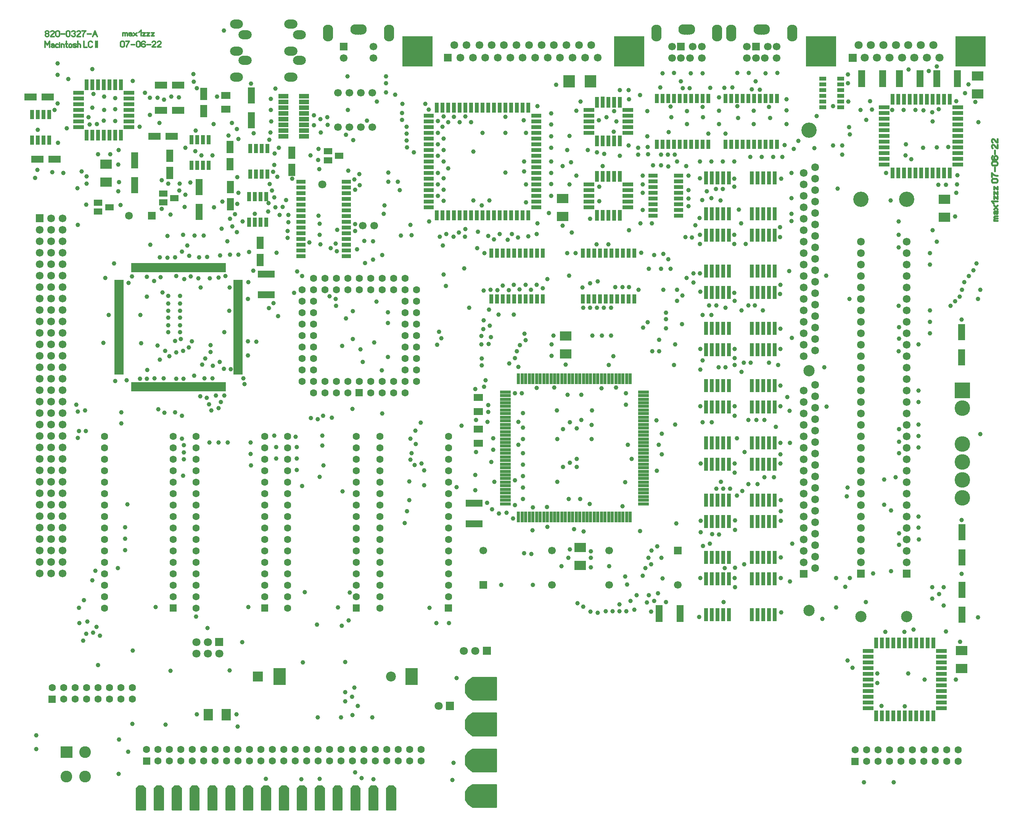
<source format=gbr>
%FSLAX34Y34*%
%MOMM*%
%LNSOLDERMASK_TOP*%
G71*
G01*
%ADD10C,1.000*%
%ADD11R,0.840X2.400*%
%ADD12R,2.400X0.840*%
%ADD13C,1.720*%
%ADD14C,3.400*%
%ADD15C,2.500*%
%ADD16C,3.400*%
%ADD17C,2.500*%
%ADD18R,0.900X3.000*%
%ADD19R,2.400X0.700*%
%ADD20R,0.700X2.400*%
%ADD21R,2.100X0.900*%
%ADD22R,0.900X2.100*%
%ADD23R,0.840X2.300*%
%ADD24R,2.300X0.840*%
%ADD25C,1.700*%
%ADD26C,1.800*%
%ADD27C,1.720*%
%ADD28C,2.300*%
%ADD29C,2.000*%
%ADD30R,1.900X1.400*%
%ADD31R,0.650X2.000*%
%ADD32R,2.000X0.650*%
%ADD33C,1.600*%
%ADD34C,1.720*%
%ADD35C,0.400*%
%ADD36C,3.450*%
%ADD37C,2.600*%
%ADD38R,1.600X3.600*%
%ADD39R,2.800X1.500*%
%ADD40R,1.500X2.800*%
%ADD41R,2.500X2.100*%
%ADD42R,2.100X2.500*%
%ADD43C,2.200*%
%ADD44R,2.000X1.600*%
%ADD45R,2.600X2.800*%
%ADD46R,1.500X3.700*%
%ADD47R,3.700X1.500*%
%ADD48R,1.650X0.950*%
%ADD49R,2.300X1.000*%
%ADD50C,0.367*%
%ADD51C,0.438*%
%ADD52R,2.800X3.800*%
%LPD*%
X1098947Y196056D02*
G54D10*
D03*
X1098947Y211534D02*
G54D10*
D03*
X2099072Y757238D02*
G54D10*
D03*
X2010172Y762397D02*
G54D10*
D03*
X150812Y762397D02*
G54D10*
D03*
X285353Y788591D02*
G54D10*
D03*
X293688Y-633412D02*
G54D10*
D03*
X314325Y-660797D02*
G54D10*
D03*
X2038350Y-559991D02*
G54D10*
D03*
X2082403Y-500459D02*
G54D10*
D03*
X2074366Y622969D02*
G54D11*
D03*
X2087066Y622969D02*
G54D11*
D03*
X2099766Y622969D02*
G54D11*
D03*
X2112466Y622969D02*
G54D11*
D03*
X2125168Y622969D02*
G54D11*
D03*
X2137868Y622969D02*
G54D11*
D03*
X2155962Y641263D02*
G54D12*
D03*
X2155962Y653963D02*
G54D12*
D03*
X2155962Y666663D02*
G54D12*
D03*
X2155962Y679363D02*
G54D12*
D03*
X2155962Y692063D02*
G54D12*
D03*
X2155962Y704763D02*
G54D12*
D03*
X2155962Y717463D02*
G54D12*
D03*
X2155962Y730163D02*
G54D12*
D03*
X2155962Y742863D02*
G54D12*
D03*
X2155962Y755563D02*
G54D12*
D03*
X2155962Y768263D02*
G54D12*
D03*
X2137868Y786358D02*
G54D11*
D03*
X2125168Y786358D02*
G54D11*
D03*
X2112466Y786358D02*
G54D11*
D03*
X2099766Y786358D02*
G54D11*
D03*
X2087066Y786358D02*
G54D11*
D03*
X2074366Y786358D02*
G54D11*
D03*
X2061666Y786358D02*
G54D11*
D03*
X2048966Y786358D02*
G54D11*
D03*
X2036266Y786358D02*
G54D11*
D03*
X2023566Y786358D02*
G54D11*
D03*
X2010866Y786358D02*
G54D11*
D03*
X1992572Y768263D02*
G54D12*
D03*
X1992572Y755563D02*
G54D12*
D03*
X1992572Y742863D02*
G54D12*
D03*
X1992572Y730163D02*
G54D12*
D03*
X1992572Y717463D02*
G54D12*
D03*
X1992572Y704763D02*
G54D12*
D03*
X1992572Y692063D02*
G54D12*
D03*
X1992572Y679363D02*
G54D12*
D03*
X1992572Y666663D02*
G54D12*
D03*
X1992572Y653963D02*
G54D12*
D03*
X1992572Y641263D02*
G54D12*
D03*
X2010866Y622969D02*
G54D11*
D03*
X2023566Y622969D02*
G54D11*
D03*
X2036266Y622969D02*
G54D11*
D03*
X2048966Y622969D02*
G54D11*
D03*
X2061666Y622969D02*
G54D11*
D03*
X1813993Y-88440D02*
G54D13*
D03*
X1813993Y-63040D02*
G54D13*
D03*
X1813993Y-37641D02*
G54D13*
D03*
X1813993Y-12240D02*
G54D13*
D03*
X1813993Y13160D02*
G54D13*
D03*
X1813993Y38560D02*
G54D13*
D03*
X1813993Y63960D02*
G54D13*
D03*
X1813993Y89360D02*
G54D13*
D03*
X1813993Y114760D02*
G54D13*
D03*
X1813993Y140160D02*
G54D13*
D03*
X1813993Y216360D02*
G54D13*
D03*
X1813993Y241760D02*
G54D13*
D03*
X1813993Y267160D02*
G54D13*
D03*
X1813993Y292560D02*
G54D13*
D03*
X1813993Y317960D02*
G54D13*
D03*
X1813993Y343360D02*
G54D13*
D03*
X1813993Y368760D02*
G54D13*
D03*
X1813993Y394160D02*
G54D13*
D03*
X1813993Y419560D02*
G54D13*
D03*
X1813993Y444960D02*
G54D13*
D03*
X1813993Y470360D02*
G54D13*
D03*
X1813993Y495760D02*
G54D13*
D03*
X1813993Y521160D02*
G54D13*
D03*
X1813993Y546560D02*
G54D13*
D03*
X1813993Y571960D02*
G54D13*
D03*
X1813993Y597360D02*
G54D13*
D03*
X1813993Y622760D02*
G54D13*
D03*
X1839393Y-75740D02*
G54D13*
D03*
X1839393Y-50340D02*
G54D13*
D03*
X1839393Y-24940D02*
G54D13*
D03*
X1839393Y460D02*
G54D13*
D03*
X1839393Y25860D02*
G54D13*
D03*
X1839393Y51260D02*
G54D13*
D03*
X1839393Y76660D02*
G54D13*
D03*
X1839393Y102060D02*
G54D13*
D03*
X1839393Y127460D02*
G54D13*
D03*
X1839393Y152860D02*
G54D13*
D03*
X1839393Y229060D02*
G54D13*
D03*
X1839393Y254460D02*
G54D13*
D03*
X1839393Y279860D02*
G54D13*
D03*
X1839393Y305260D02*
G54D13*
D03*
X1839393Y330660D02*
G54D13*
D03*
X1839393Y356060D02*
G54D13*
D03*
X1839393Y381460D02*
G54D13*
D03*
X1839393Y406860D02*
G54D13*
D03*
X1839393Y432260D02*
G54D13*
D03*
X1839393Y457660D02*
G54D13*
D03*
X1839393Y483060D02*
G54D13*
D03*
X1839393Y508460D02*
G54D13*
D03*
X1839393Y533860D02*
G54D13*
D03*
X1839393Y559260D02*
G54D13*
D03*
X1839393Y584660D02*
G54D13*
D03*
X1839393Y610060D02*
G54D13*
D03*
X1839393Y635460D02*
G54D13*
D03*
G36*
X1805393Y-274840D02*
X1805393Y-257640D01*
X1822593Y-257640D01*
X1822593Y-274840D01*
X1805393Y-274840D01*
G37*
X1813993Y-240840D02*
G54D13*
D03*
X1813993Y-215440D02*
G54D13*
D03*
X1813993Y-190040D02*
G54D13*
D03*
X1813993Y-164640D02*
G54D13*
D03*
X1813993Y-139240D02*
G54D13*
D03*
X1813993Y-113840D02*
G54D13*
D03*
X1839393Y-253540D02*
G54D13*
D03*
X1839393Y-228140D02*
G54D13*
D03*
X1839393Y-202740D02*
G54D13*
D03*
X1839393Y-177340D02*
G54D13*
D03*
X1839393Y-151940D02*
G54D13*
D03*
X1839393Y-126540D02*
G54D13*
D03*
X1839393Y-101140D02*
G54D13*
D03*
X1825625Y717550D02*
G54D14*
D03*
X1825625Y184150D02*
G54D15*
D03*
X1825625Y-347662D02*
G54D15*
D03*
G36*
X2033719Y-274506D02*
X2033719Y-257306D01*
X2050919Y-257306D01*
X2050919Y-274506D01*
X2033719Y-274506D01*
G37*
X2042319Y-240506D02*
G54D13*
D03*
X2042319Y-215106D02*
G54D13*
D03*
X2042319Y-189706D02*
G54D13*
D03*
X2042319Y-164306D02*
G54D13*
D03*
X2042319Y-138906D02*
G54D13*
D03*
X2042319Y-113506D02*
G54D13*
D03*
X2042319Y-88106D02*
G54D13*
D03*
X2042319Y-62706D02*
G54D13*
D03*
X2042319Y-37306D02*
G54D13*
D03*
X2042319Y-11906D02*
G54D13*
D03*
X2042319Y13494D02*
G54D13*
D03*
X2042319Y38894D02*
G54D13*
D03*
X2042319Y64294D02*
G54D13*
D03*
X2042319Y89694D02*
G54D13*
D03*
X2042319Y115094D02*
G54D13*
D03*
X2042319Y140494D02*
G54D13*
D03*
X2042319Y165894D02*
G54D13*
D03*
X2042319Y191294D02*
G54D13*
D03*
X2042319Y216694D02*
G54D13*
D03*
X2042319Y242094D02*
G54D13*
D03*
X2042319Y267494D02*
G54D13*
D03*
X2042319Y292894D02*
G54D13*
D03*
X2042319Y318294D02*
G54D13*
D03*
X2042319Y343694D02*
G54D13*
D03*
X2042319Y369094D02*
G54D13*
D03*
X2042319Y394494D02*
G54D13*
D03*
X2042319Y419894D02*
G54D13*
D03*
X2042319Y445294D02*
G54D13*
D03*
X2042319Y470694D02*
G54D13*
D03*
G36*
X1932119Y-274506D02*
X1932119Y-257306D01*
X1949319Y-257306D01*
X1949319Y-274506D01*
X1932119Y-274506D01*
G37*
X1940719Y-240506D02*
G54D13*
D03*
X1940719Y-215106D02*
G54D13*
D03*
X1940719Y-189706D02*
G54D13*
D03*
X1940719Y-164306D02*
G54D13*
D03*
X1940719Y-138906D02*
G54D13*
D03*
X1940719Y-113506D02*
G54D13*
D03*
X1940719Y-88106D02*
G54D13*
D03*
X1940719Y-62706D02*
G54D13*
D03*
X1940719Y-37306D02*
G54D13*
D03*
X1940719Y-11906D02*
G54D13*
D03*
X1940719Y13494D02*
G54D13*
D03*
X1940719Y38894D02*
G54D13*
D03*
X1940719Y64294D02*
G54D13*
D03*
X1940719Y89694D02*
G54D13*
D03*
X1940719Y115094D02*
G54D13*
D03*
X1940719Y140494D02*
G54D13*
D03*
X1940719Y165894D02*
G54D13*
D03*
X1940719Y191294D02*
G54D13*
D03*
X1940719Y216694D02*
G54D13*
D03*
X1940719Y242094D02*
G54D13*
D03*
X1940719Y267494D02*
G54D13*
D03*
X1940719Y292894D02*
G54D13*
D03*
X1940719Y318294D02*
G54D13*
D03*
X1940719Y343694D02*
G54D13*
D03*
X1940719Y369094D02*
G54D13*
D03*
X1940719Y394494D02*
G54D13*
D03*
X1940719Y419894D02*
G54D13*
D03*
X1940719Y445294D02*
G54D13*
D03*
X1940719Y470694D02*
G54D13*
D03*
X1940719Y564356D02*
G54D16*
D03*
X2042319Y564356D02*
G54D16*
D03*
X1940719Y-361156D02*
G54D17*
D03*
X2042319Y-361156D02*
G54D17*
D03*
X2119174Y-500464D02*
G54D12*
D03*
X2119174Y-487764D02*
G54D12*
D03*
X2119174Y-475064D02*
G54D12*
D03*
X2119174Y-462364D02*
G54D12*
D03*
X2119174Y-449664D02*
G54D12*
D03*
X2119174Y-436964D02*
G54D12*
D03*
X2101672Y-419464D02*
G54D11*
D03*
X2088973Y-419464D02*
G54D11*
D03*
X2076273Y-419464D02*
G54D11*
D03*
X2063573Y-419464D02*
G54D11*
D03*
X2050873Y-419464D02*
G54D11*
D03*
X2038173Y-419464D02*
G54D11*
D03*
X2025473Y-419464D02*
G54D11*
D03*
X2012773Y-419464D02*
G54D11*
D03*
X2000073Y-419464D02*
G54D11*
D03*
X1987373Y-419464D02*
G54D11*
D03*
X1974673Y-419464D02*
G54D11*
D03*
X1957173Y-436964D02*
G54D12*
D03*
X1957173Y-449664D02*
G54D12*
D03*
X1957173Y-462364D02*
G54D12*
D03*
X1957173Y-475064D02*
G54D12*
D03*
X1957173Y-487764D02*
G54D12*
D03*
X1957173Y-500464D02*
G54D12*
D03*
X1957173Y-513164D02*
G54D12*
D03*
X1957173Y-525864D02*
G54D12*
D03*
X1957173Y-538564D02*
G54D12*
D03*
X1957173Y-551264D02*
G54D12*
D03*
X1957173Y-563964D02*
G54D12*
D03*
X1974673Y-581464D02*
G54D11*
D03*
X1987373Y-581464D02*
G54D11*
D03*
X2000073Y-581464D02*
G54D11*
D03*
X2012773Y-581464D02*
G54D11*
D03*
X2025473Y-581464D02*
G54D11*
D03*
X2038173Y-581464D02*
G54D11*
D03*
X2050873Y-581464D02*
G54D11*
D03*
X2063573Y-581464D02*
G54D11*
D03*
X2076273Y-581464D02*
G54D11*
D03*
X2088973Y-581464D02*
G54D11*
D03*
X2101672Y-581464D02*
G54D11*
D03*
X2119174Y-563964D02*
G54D12*
D03*
X2119174Y-551264D02*
G54D12*
D03*
X2119174Y-538564D02*
G54D12*
D03*
X2119174Y-525864D02*
G54D12*
D03*
X2119174Y-513164D02*
G54D12*
D03*
X1597095Y531900D02*
G54D18*
D03*
X1609795Y531900D02*
G54D18*
D03*
X1622495Y531900D02*
G54D18*
D03*
X1635195Y531900D02*
G54D18*
D03*
X1647895Y531900D02*
G54D18*
D03*
X1698695Y531900D02*
G54D18*
D03*
X1711395Y531900D02*
G54D18*
D03*
X1724095Y531900D02*
G54D18*
D03*
X1736795Y531900D02*
G54D18*
D03*
X1749495Y531900D02*
G54D18*
D03*
X1749495Y611837D02*
G54D18*
D03*
X1736795Y611837D02*
G54D18*
D03*
X1724095Y611837D02*
G54D18*
D03*
X1711395Y611837D02*
G54D18*
D03*
X1698695Y611837D02*
G54D18*
D03*
X1647895Y611837D02*
G54D18*
D03*
X1635195Y611837D02*
G54D18*
D03*
X1622495Y611837D02*
G54D18*
D03*
X1609795Y611837D02*
G54D18*
D03*
X1597095Y611837D02*
G54D18*
D03*
X1597095Y404900D02*
G54D18*
D03*
X1609795Y404900D02*
G54D18*
D03*
X1622495Y404900D02*
G54D18*
D03*
X1635195Y404900D02*
G54D18*
D03*
X1647895Y404900D02*
G54D18*
D03*
X1698695Y404900D02*
G54D18*
D03*
X1711395Y404900D02*
G54D18*
D03*
X1724095Y404900D02*
G54D18*
D03*
X1736795Y404900D02*
G54D18*
D03*
X1749495Y404900D02*
G54D18*
D03*
X1749495Y484837D02*
G54D18*
D03*
X1736795Y484837D02*
G54D18*
D03*
X1724095Y484837D02*
G54D18*
D03*
X1711395Y484837D02*
G54D18*
D03*
X1698695Y484837D02*
G54D18*
D03*
X1647895Y484837D02*
G54D18*
D03*
X1635195Y484837D02*
G54D18*
D03*
X1622495Y484837D02*
G54D18*
D03*
X1609795Y484837D02*
G54D18*
D03*
X1597095Y484837D02*
G54D18*
D03*
X1597095Y277900D02*
G54D18*
D03*
X1609795Y277900D02*
G54D18*
D03*
X1622495Y277900D02*
G54D18*
D03*
X1635195Y277900D02*
G54D18*
D03*
X1647895Y277900D02*
G54D18*
D03*
X1698695Y277900D02*
G54D18*
D03*
X1711395Y277900D02*
G54D18*
D03*
X1724095Y277900D02*
G54D18*
D03*
X1736795Y277900D02*
G54D18*
D03*
X1749495Y277900D02*
G54D18*
D03*
X1749495Y357837D02*
G54D18*
D03*
X1736795Y357837D02*
G54D18*
D03*
X1724095Y357837D02*
G54D18*
D03*
X1711395Y357837D02*
G54D18*
D03*
X1698695Y357837D02*
G54D18*
D03*
X1647895Y357837D02*
G54D18*
D03*
X1635195Y357837D02*
G54D18*
D03*
X1622495Y357837D02*
G54D18*
D03*
X1609795Y357837D02*
G54D18*
D03*
X1597095Y357837D02*
G54D18*
D03*
X1597095Y150900D02*
G54D18*
D03*
X1609795Y150900D02*
G54D18*
D03*
X1622495Y150900D02*
G54D18*
D03*
X1635195Y150900D02*
G54D18*
D03*
X1647895Y150900D02*
G54D18*
D03*
X1698695Y150900D02*
G54D18*
D03*
X1711395Y150900D02*
G54D18*
D03*
X1724095Y150900D02*
G54D18*
D03*
X1736795Y150900D02*
G54D18*
D03*
X1749495Y150900D02*
G54D18*
D03*
X1749495Y230837D02*
G54D18*
D03*
X1736795Y230837D02*
G54D18*
D03*
X1724095Y230837D02*
G54D18*
D03*
X1711395Y230837D02*
G54D18*
D03*
X1698695Y230837D02*
G54D18*
D03*
X1647895Y230837D02*
G54D18*
D03*
X1635195Y230837D02*
G54D18*
D03*
X1622495Y230837D02*
G54D18*
D03*
X1609795Y230837D02*
G54D18*
D03*
X1597095Y230837D02*
G54D18*
D03*
X1597095Y23900D02*
G54D18*
D03*
X1609795Y23900D02*
G54D18*
D03*
X1622495Y23900D02*
G54D18*
D03*
X1635195Y23900D02*
G54D18*
D03*
X1647895Y23900D02*
G54D18*
D03*
X1698695Y23900D02*
G54D18*
D03*
X1711395Y23900D02*
G54D18*
D03*
X1724095Y23900D02*
G54D18*
D03*
X1736795Y23900D02*
G54D18*
D03*
X1749495Y23900D02*
G54D18*
D03*
X1749495Y103838D02*
G54D18*
D03*
X1736795Y103838D02*
G54D18*
D03*
X1724095Y103838D02*
G54D18*
D03*
X1711395Y103838D02*
G54D18*
D03*
X1698695Y103838D02*
G54D18*
D03*
X1647895Y103838D02*
G54D18*
D03*
X1635195Y103838D02*
G54D18*
D03*
X1622495Y103838D02*
G54D18*
D03*
X1609795Y103838D02*
G54D18*
D03*
X1597095Y103838D02*
G54D18*
D03*
X1597095Y-103100D02*
G54D18*
D03*
X1609795Y-103100D02*
G54D18*
D03*
X1622495Y-103100D02*
G54D18*
D03*
X1635195Y-103100D02*
G54D18*
D03*
X1647895Y-103100D02*
G54D18*
D03*
X1698695Y-103100D02*
G54D18*
D03*
X1711395Y-103100D02*
G54D18*
D03*
X1724095Y-103100D02*
G54D18*
D03*
X1736795Y-103100D02*
G54D18*
D03*
X1749495Y-103100D02*
G54D18*
D03*
X1749495Y-23162D02*
G54D18*
D03*
X1736795Y-23162D02*
G54D18*
D03*
X1724095Y-23162D02*
G54D18*
D03*
X1711395Y-23162D02*
G54D18*
D03*
X1698695Y-23162D02*
G54D18*
D03*
X1647895Y-23162D02*
G54D18*
D03*
X1635195Y-23162D02*
G54D18*
D03*
X1622495Y-23162D02*
G54D18*
D03*
X1609795Y-23162D02*
G54D18*
D03*
X1597095Y-23162D02*
G54D18*
D03*
X1597095Y-230100D02*
G54D18*
D03*
X1609795Y-230100D02*
G54D18*
D03*
X1622495Y-230100D02*
G54D18*
D03*
X1635195Y-230100D02*
G54D18*
D03*
X1647895Y-230100D02*
G54D18*
D03*
X1698695Y-230100D02*
G54D18*
D03*
X1711395Y-230100D02*
G54D18*
D03*
X1724095Y-230100D02*
G54D18*
D03*
X1736795Y-230100D02*
G54D18*
D03*
X1749495Y-230100D02*
G54D18*
D03*
X1749495Y-150162D02*
G54D18*
D03*
X1736795Y-150162D02*
G54D18*
D03*
X1724095Y-150162D02*
G54D18*
D03*
X1711395Y-150162D02*
G54D18*
D03*
X1698695Y-150162D02*
G54D18*
D03*
X1647895Y-150162D02*
G54D18*
D03*
X1635195Y-150162D02*
G54D18*
D03*
X1622495Y-150162D02*
G54D18*
D03*
X1609795Y-150162D02*
G54D18*
D03*
X1597095Y-150162D02*
G54D18*
D03*
X1597095Y-357100D02*
G54D18*
D03*
X1609795Y-357100D02*
G54D18*
D03*
X1622495Y-357100D02*
G54D18*
D03*
X1635195Y-357100D02*
G54D18*
D03*
X1647895Y-357100D02*
G54D18*
D03*
X1698695Y-357100D02*
G54D18*
D03*
X1711395Y-357100D02*
G54D18*
D03*
X1724095Y-357100D02*
G54D18*
D03*
X1736795Y-357100D02*
G54D18*
D03*
X1749495Y-357100D02*
G54D18*
D03*
X1749495Y-277163D02*
G54D18*
D03*
X1736795Y-277163D02*
G54D18*
D03*
X1724095Y-277163D02*
G54D18*
D03*
X1711395Y-277163D02*
G54D18*
D03*
X1698695Y-277163D02*
G54D18*
D03*
X1647895Y-277163D02*
G54D18*
D03*
X1635195Y-277163D02*
G54D18*
D03*
X1622495Y-277163D02*
G54D18*
D03*
X1609795Y-277163D02*
G54D18*
D03*
X1597095Y-277163D02*
G54D18*
D03*
X1151556Y136957D02*
G54D19*
D03*
X1151556Y128957D02*
G54D19*
D03*
X1151556Y120957D02*
G54D19*
D03*
X1151556Y112957D02*
G54D19*
D03*
X1151556Y104957D02*
G54D19*
D03*
X1151556Y96957D02*
G54D19*
D03*
X1151556Y88957D02*
G54D19*
D03*
X1151556Y80957D02*
G54D19*
D03*
X1151556Y72957D02*
G54D19*
D03*
X1151556Y64957D02*
G54D19*
D03*
X1151556Y56957D02*
G54D19*
D03*
X1151556Y48957D02*
G54D19*
D03*
X1151556Y40957D02*
G54D19*
D03*
X1151556Y32957D02*
G54D19*
D03*
X1151556Y24957D02*
G54D19*
D03*
X1151556Y16957D02*
G54D19*
D03*
X1151556Y8957D02*
G54D19*
D03*
X1151556Y957D02*
G54D19*
D03*
X1151556Y-7043D02*
G54D19*
D03*
X1151556Y-15044D02*
G54D19*
D03*
X1151556Y-23044D02*
G54D19*
D03*
X1151556Y-31044D02*
G54D19*
D03*
X1151556Y-39044D02*
G54D19*
D03*
X1151556Y-47044D02*
G54D19*
D03*
X1151556Y-55043D02*
G54D19*
D03*
X1151556Y-63043D02*
G54D19*
D03*
X1151556Y-71043D02*
G54D19*
D03*
X1151556Y-79043D02*
G54D19*
D03*
X1151556Y-87043D02*
G54D19*
D03*
X1151556Y-95043D02*
G54D19*
D03*
X1151556Y-103043D02*
G54D19*
D03*
X1151556Y-111043D02*
G54D19*
D03*
X1180937Y-140425D02*
G54D20*
D03*
X1188937Y-140425D02*
G54D20*
D03*
X1196937Y-140425D02*
G54D20*
D03*
X1204937Y-140425D02*
G54D20*
D03*
X1212937Y-140425D02*
G54D20*
D03*
X1220937Y-140425D02*
G54D20*
D03*
X1228937Y-140425D02*
G54D20*
D03*
X1236937Y-140425D02*
G54D20*
D03*
X1244937Y-140425D02*
G54D20*
D03*
X1252937Y-140425D02*
G54D20*
D03*
X1260937Y-140425D02*
G54D20*
D03*
X1268937Y-140425D02*
G54D20*
D03*
X1276937Y-140425D02*
G54D20*
D03*
X1284937Y-140425D02*
G54D20*
D03*
X1292937Y-140425D02*
G54D20*
D03*
X1300937Y-140425D02*
G54D20*
D03*
X1308937Y-140425D02*
G54D20*
D03*
X1316937Y-140425D02*
G54D20*
D03*
X1324937Y-140425D02*
G54D20*
D03*
X1332937Y-140425D02*
G54D20*
D03*
X1340937Y-140425D02*
G54D20*
D03*
X1348937Y-140425D02*
G54D20*
D03*
X1356937Y-140425D02*
G54D20*
D03*
X1364936Y-140425D02*
G54D20*
D03*
X1372936Y-140425D02*
G54D20*
D03*
X1380936Y-140425D02*
G54D20*
D03*
X1388936Y-140425D02*
G54D20*
D03*
X1396936Y-140425D02*
G54D20*
D03*
X1404936Y-140425D02*
G54D20*
D03*
X1412936Y-140425D02*
G54D20*
D03*
X1420936Y-140425D02*
G54D20*
D03*
X1428936Y-140425D02*
G54D20*
D03*
X1458318Y-111043D02*
G54D19*
D03*
X1458318Y-103043D02*
G54D19*
D03*
X1458318Y-95043D02*
G54D19*
D03*
X1458318Y-87043D02*
G54D19*
D03*
X1458318Y-79043D02*
G54D19*
D03*
X1458318Y-71043D02*
G54D19*
D03*
X1458318Y-63043D02*
G54D19*
D03*
X1458318Y-55043D02*
G54D19*
D03*
X1458318Y-47044D02*
G54D19*
D03*
X1458318Y-39044D02*
G54D19*
D03*
X1458318Y-31044D02*
G54D19*
D03*
X1458318Y-23044D02*
G54D19*
D03*
X1458318Y-15044D02*
G54D19*
D03*
X1458318Y-7043D02*
G54D19*
D03*
X1458318Y957D02*
G54D19*
D03*
X1458318Y8957D02*
G54D19*
D03*
X1458318Y16957D02*
G54D19*
D03*
X1458318Y24957D02*
G54D19*
D03*
X1458318Y32957D02*
G54D19*
D03*
X1458318Y40957D02*
G54D19*
D03*
X1458318Y48957D02*
G54D19*
D03*
X1458318Y56957D02*
G54D19*
D03*
X1458318Y64957D02*
G54D19*
D03*
X1458318Y72957D02*
G54D19*
D03*
X1458318Y80957D02*
G54D19*
D03*
X1458318Y88957D02*
G54D19*
D03*
X1458318Y96957D02*
G54D19*
D03*
X1458318Y104957D02*
G54D19*
D03*
X1458318Y112957D02*
G54D19*
D03*
X1458318Y120957D02*
G54D19*
D03*
X1458318Y128957D02*
G54D19*
D03*
X1458318Y136957D02*
G54D19*
D03*
X1428936Y166338D02*
G54D20*
D03*
X1420936Y166338D02*
G54D20*
D03*
X1412936Y166338D02*
G54D20*
D03*
X1404936Y166338D02*
G54D20*
D03*
X1396936Y166338D02*
G54D20*
D03*
X1388936Y166338D02*
G54D20*
D03*
X1380936Y166338D02*
G54D20*
D03*
X1372936Y166338D02*
G54D20*
D03*
X1364936Y166338D02*
G54D20*
D03*
X1356937Y166338D02*
G54D20*
D03*
X1348937Y166338D02*
G54D20*
D03*
X1340937Y166338D02*
G54D20*
D03*
X1332937Y166338D02*
G54D20*
D03*
X1324937Y166338D02*
G54D20*
D03*
X1316937Y166338D02*
G54D20*
D03*
X1308937Y166338D02*
G54D20*
D03*
X1300937Y166338D02*
G54D20*
D03*
X1292937Y166338D02*
G54D20*
D03*
X1284937Y166338D02*
G54D20*
D03*
X1276937Y166338D02*
G54D20*
D03*
X1268937Y166338D02*
G54D20*
D03*
X1260937Y166338D02*
G54D20*
D03*
X1252937Y166338D02*
G54D20*
D03*
X1244937Y166338D02*
G54D20*
D03*
X1236937Y166338D02*
G54D20*
D03*
X1228937Y166338D02*
G54D20*
D03*
X1220937Y166338D02*
G54D20*
D03*
X1212937Y166338D02*
G54D20*
D03*
X1204937Y166338D02*
G54D20*
D03*
X1196937Y166338D02*
G54D20*
D03*
X1188937Y166338D02*
G54D20*
D03*
X1180937Y166338D02*
G54D20*
D03*
X1380301Y614742D02*
G54D11*
D03*
X1367601Y614742D02*
G54D11*
D03*
X1354901Y614742D02*
G54D11*
D03*
X1337301Y597142D02*
G54D12*
D03*
X1337301Y584442D02*
G54D12*
D03*
X1337301Y571742D02*
G54D12*
D03*
X1337301Y559042D02*
G54D12*
D03*
X1337301Y546342D02*
G54D12*
D03*
X1354901Y528742D02*
G54D11*
D03*
X1367601Y528742D02*
G54D11*
D03*
X1380301Y528742D02*
G54D11*
D03*
X1393001Y528742D02*
G54D11*
D03*
X1405701Y528742D02*
G54D11*
D03*
X1423301Y546342D02*
G54D12*
D03*
X1423301Y559042D02*
G54D12*
D03*
X1423301Y571742D02*
G54D12*
D03*
X1423301Y584442D02*
G54D12*
D03*
X1423301Y597142D02*
G54D12*
D03*
X1405701Y614742D02*
G54D11*
D03*
X1393001Y614742D02*
G54D11*
D03*
X1380268Y693624D02*
G54D11*
D03*
X1392967Y693624D02*
G54D11*
D03*
X1405668Y693624D02*
G54D11*
D03*
X1423268Y711224D02*
G54D12*
D03*
X1423268Y723924D02*
G54D12*
D03*
X1423268Y736624D02*
G54D12*
D03*
X1423268Y749324D02*
G54D12*
D03*
X1423268Y762024D02*
G54D12*
D03*
X1405668Y779624D02*
G54D11*
D03*
X1392968Y779624D02*
G54D11*
D03*
X1380268Y779624D02*
G54D11*
D03*
G36*
X1363367Y791624D02*
X1371767Y791624D01*
X1371768Y767624D01*
X1363368Y767624D01*
X1363367Y791624D01*
G37*
X1354868Y779624D02*
G54D11*
D03*
X1337268Y762024D02*
G54D12*
D03*
X1337268Y749324D02*
G54D12*
D03*
X1337268Y736624D02*
G54D12*
D03*
X1337268Y723924D02*
G54D12*
D03*
X1337268Y711224D02*
G54D12*
D03*
X1354868Y693624D02*
G54D11*
D03*
X1367568Y693624D02*
G54D11*
D03*
X1535911Y527520D02*
G54D21*
D03*
X1535911Y540219D02*
G54D21*
D03*
X1535911Y552919D02*
G54D21*
D03*
X1535911Y565619D02*
G54D21*
D03*
X1535911Y578319D02*
G54D21*
D03*
X1535911Y591019D02*
G54D21*
D03*
X1535911Y603719D02*
G54D21*
D03*
X1535911Y616419D02*
G54D21*
D03*
X1479561Y616419D02*
G54D21*
D03*
X1479561Y603719D02*
G54D21*
D03*
X1479561Y591019D02*
G54D21*
D03*
X1479561Y578319D02*
G54D21*
D03*
X1479561Y565619D02*
G54D21*
D03*
X1479561Y552919D02*
G54D21*
D03*
X1479561Y540219D02*
G54D21*
D03*
X1479561Y527520D02*
G54D21*
D03*
X1488227Y686072D02*
G54D22*
D03*
X1500927Y686072D02*
G54D22*
D03*
X1513627Y686072D02*
G54D22*
D03*
X1526327Y686072D02*
G54D22*
D03*
X1539027Y686072D02*
G54D22*
D03*
X1551727Y686072D02*
G54D22*
D03*
X1564427Y686072D02*
G54D22*
D03*
X1577127Y686072D02*
G54D22*
D03*
X1589827Y686072D02*
G54D22*
D03*
X1602527Y686072D02*
G54D22*
D03*
X1602527Y787598D02*
G54D22*
D03*
X1589827Y787598D02*
G54D22*
D03*
X1577127Y787598D02*
G54D22*
D03*
X1564427Y787598D02*
G54D22*
D03*
X1551727Y787598D02*
G54D22*
D03*
X1539027Y787598D02*
G54D22*
D03*
X1526327Y787598D02*
G54D22*
D03*
X1513627Y787598D02*
G54D22*
D03*
X1500927Y787598D02*
G54D22*
D03*
X1488227Y787598D02*
G54D22*
D03*
X1640627Y686072D02*
G54D22*
D03*
X1653327Y686072D02*
G54D22*
D03*
X1666027Y686072D02*
G54D22*
D03*
X1678727Y686072D02*
G54D22*
D03*
X1691427Y686072D02*
G54D22*
D03*
X1704127Y686072D02*
G54D22*
D03*
X1716827Y686072D02*
G54D22*
D03*
X1729527Y686072D02*
G54D22*
D03*
X1742227Y686072D02*
G54D22*
D03*
X1754927Y686072D02*
G54D22*
D03*
X1754927Y787598D02*
G54D22*
D03*
X1742227Y787598D02*
G54D22*
D03*
X1729527Y787598D02*
G54D22*
D03*
X1716827Y787598D02*
G54D22*
D03*
X1704127Y787598D02*
G54D22*
D03*
X1691427Y787598D02*
G54D22*
D03*
X1678727Y787598D02*
G54D22*
D03*
X1666027Y787598D02*
G54D22*
D03*
X1653327Y787598D02*
G54D22*
D03*
X1640627Y787598D02*
G54D22*
D03*
X1100818Y528526D02*
G54D23*
D03*
X1113518Y528526D02*
G54D23*
D03*
X1126218Y528526D02*
G54D23*
D03*
X1138918Y528526D02*
G54D23*
D03*
X1151618Y528526D02*
G54D23*
D03*
X1164318Y528526D02*
G54D23*
D03*
X1177018Y528526D02*
G54D23*
D03*
X1189718Y528526D02*
G54D23*
D03*
X1202418Y528526D02*
G54D23*
D03*
X1220215Y546124D02*
G54D24*
D03*
X1220215Y558824D02*
G54D24*
D03*
X1220215Y571524D02*
G54D24*
D03*
X1220215Y584224D02*
G54D24*
D03*
X1220215Y596924D02*
G54D24*
D03*
X1220215Y609624D02*
G54D24*
D03*
X1220215Y622324D02*
G54D24*
D03*
X1220215Y635024D02*
G54D24*
D03*
X1220215Y647724D02*
G54D24*
D03*
X1220215Y660424D02*
G54D24*
D03*
X1220215Y673124D02*
G54D24*
D03*
X1220215Y685824D02*
G54D24*
D03*
X1220215Y698524D02*
G54D24*
D03*
X1220215Y711224D02*
G54D24*
D03*
X1220215Y723924D02*
G54D24*
D03*
X1220215Y736624D02*
G54D24*
D03*
X1220215Y749324D02*
G54D24*
D03*
X1202418Y767120D02*
G54D23*
D03*
X1189718Y767120D02*
G54D23*
D03*
X1177018Y767120D02*
G54D23*
D03*
X1164318Y767120D02*
G54D23*
D03*
X1151618Y767120D02*
G54D23*
D03*
X1138918Y767120D02*
G54D23*
D03*
X1126218Y767120D02*
G54D23*
D03*
X1113518Y767120D02*
G54D23*
D03*
X1100818Y767120D02*
G54D23*
D03*
X1088118Y767120D02*
G54D23*
D03*
X1075418Y767120D02*
G54D23*
D03*
X1062718Y767120D02*
G54D23*
D03*
X1050018Y767120D02*
G54D23*
D03*
X1037318Y767120D02*
G54D23*
D03*
X1024618Y767120D02*
G54D23*
D03*
X1011918Y767120D02*
G54D23*
D03*
X999218Y767120D02*
G54D23*
D03*
X981421Y749324D02*
G54D24*
D03*
X981421Y736624D02*
G54D24*
D03*
X981421Y723924D02*
G54D24*
D03*
X981421Y711224D02*
G54D24*
D03*
X981421Y698524D02*
G54D24*
D03*
X981421Y685824D02*
G54D24*
D03*
X981421Y673124D02*
G54D24*
D03*
X981421Y660424D02*
G54D24*
D03*
X981421Y647724D02*
G54D24*
D03*
X981421Y635024D02*
G54D24*
D03*
X981421Y622324D02*
G54D24*
D03*
X981421Y609624D02*
G54D24*
D03*
X981421Y596924D02*
G54D24*
D03*
X981421Y584224D02*
G54D24*
D03*
X981421Y571524D02*
G54D24*
D03*
X981421Y558824D02*
G54D24*
D03*
X981421Y546124D02*
G54D24*
D03*
X999218Y528526D02*
G54D23*
D03*
X1011918Y528526D02*
G54D23*
D03*
X1024618Y528526D02*
G54D23*
D03*
X1037318Y528526D02*
G54D23*
D03*
X1050018Y528526D02*
G54D23*
D03*
X1062718Y528526D02*
G54D23*
D03*
X1075418Y528526D02*
G54D23*
D03*
X1088118Y528526D02*
G54D23*
D03*
X1120673Y342958D02*
G54D22*
D03*
X1133373Y342958D02*
G54D22*
D03*
X1146073Y342958D02*
G54D22*
D03*
X1158773Y342958D02*
G54D22*
D03*
X1171473Y342958D02*
G54D22*
D03*
X1184173Y342958D02*
G54D22*
D03*
X1196873Y342958D02*
G54D22*
D03*
X1209573Y342958D02*
G54D22*
D03*
X1222273Y342958D02*
G54D22*
D03*
X1234973Y342958D02*
G54D22*
D03*
X1234973Y444482D02*
G54D22*
D03*
X1222273Y444482D02*
G54D22*
D03*
X1209573Y444482D02*
G54D22*
D03*
X1196873Y444482D02*
G54D22*
D03*
X1184173Y444482D02*
G54D22*
D03*
X1171473Y444482D02*
G54D22*
D03*
X1158773Y444482D02*
G54D22*
D03*
X1146073Y444482D02*
G54D22*
D03*
X1133373Y444482D02*
G54D22*
D03*
X1120673Y444482D02*
G54D22*
D03*
X1323873Y342958D02*
G54D22*
D03*
X1336573Y342958D02*
G54D22*
D03*
X1349273Y342958D02*
G54D22*
D03*
X1361973Y342958D02*
G54D22*
D03*
X1374673Y342958D02*
G54D22*
D03*
X1387373Y342958D02*
G54D22*
D03*
X1400073Y342958D02*
G54D22*
D03*
X1412773Y342958D02*
G54D22*
D03*
X1425473Y342958D02*
G54D22*
D03*
X1438173Y342958D02*
G54D22*
D03*
X1438173Y444482D02*
G54D22*
D03*
X1425473Y444482D02*
G54D22*
D03*
X1412773Y444482D02*
G54D22*
D03*
X1400073Y444482D02*
G54D22*
D03*
X1387373Y444482D02*
G54D22*
D03*
X1374673Y444482D02*
G54D22*
D03*
X1361973Y444482D02*
G54D22*
D03*
X1349273Y444482D02*
G54D22*
D03*
X1336573Y444482D02*
G54D22*
D03*
X1323873Y444482D02*
G54D22*
D03*
X798947Y437728D02*
G54D21*
D03*
X798947Y450428D02*
G54D21*
D03*
X798947Y463128D02*
G54D21*
D03*
X798947Y475828D02*
G54D21*
D03*
X798947Y488528D02*
G54D21*
D03*
X798947Y501228D02*
G54D21*
D03*
X798947Y513928D02*
G54D21*
D03*
X798947Y526628D02*
G54D21*
D03*
X798947Y539328D02*
G54D21*
D03*
X798947Y552028D02*
G54D21*
D03*
X798947Y564728D02*
G54D21*
D03*
X798947Y577427D02*
G54D21*
D03*
X798947Y590126D02*
G54D21*
D03*
X798947Y602826D02*
G54D21*
D03*
X698185Y602826D02*
G54D21*
D03*
X698185Y590126D02*
G54D21*
D03*
X698185Y577427D02*
G54D21*
D03*
X698185Y564728D02*
G54D21*
D03*
X698185Y552028D02*
G54D21*
D03*
X698185Y539328D02*
G54D21*
D03*
X698185Y526628D02*
G54D21*
D03*
X698185Y513928D02*
G54D21*
D03*
X698185Y501228D02*
G54D21*
D03*
X698185Y488528D02*
G54D21*
D03*
X698185Y475828D02*
G54D21*
D03*
X698185Y463128D02*
G54D21*
D03*
X698185Y450428D02*
G54D21*
D03*
X698185Y437728D02*
G54D21*
D03*
X834800Y505600D02*
G54D25*
D03*
X860200Y505600D02*
G54D25*
D03*
G36*
X1931364Y869149D02*
X1913364Y869149D01*
X1913364Y887149D01*
X1931364Y887149D01*
X1931364Y869149D01*
G37*
X1949064Y878149D02*
G54D26*
D03*
X1976764Y878149D02*
G54D26*
D03*
X2004464Y878149D02*
G54D26*
D03*
X2032064Y878149D02*
G54D26*
D03*
X2059764Y878149D02*
G54D26*
D03*
X2087464Y878149D02*
G54D26*
D03*
X2115164Y878149D02*
G54D26*
D03*
X1935364Y906549D02*
G54D26*
D03*
X1963064Y906549D02*
G54D26*
D03*
X1990665Y906549D02*
G54D26*
D03*
X2018364Y906549D02*
G54D26*
D03*
X2046064Y906549D02*
G54D26*
D03*
X2073764Y906549D02*
G54D26*
D03*
X2101462Y906549D02*
G54D26*
D03*
G36*
X2150672Y926088D02*
X2217672Y926088D01*
X2217672Y859088D01*
X2150672Y859088D01*
X2150672Y926088D01*
G37*
G36*
X1818884Y926088D02*
X1885884Y926088D01*
X1885884Y859088D01*
X1818884Y859088D01*
X1818884Y926088D01*
G37*
G36*
X1392637Y926088D02*
X1459637Y926088D01*
X1459637Y859088D01*
X1392637Y859088D01*
X1392637Y926088D01*
G37*
G36*
X922741Y926088D02*
X989741Y926088D01*
X989741Y859088D01*
X922741Y859088D01*
X922741Y926088D01*
G37*
G36*
X1032657Y869549D02*
X1015457Y869549D01*
X1015457Y886749D01*
X1032657Y886749D01*
X1032657Y869549D01*
G37*
X1051758Y878149D02*
G54D27*
D03*
X1079358Y878149D02*
G54D27*
D03*
X1107058Y878149D02*
G54D27*
D03*
X1134758Y878149D02*
G54D27*
D03*
X1162458Y878149D02*
G54D27*
D03*
X1190158Y878149D02*
G54D27*
D03*
X1217853Y878149D02*
G54D27*
D03*
X1245554Y878149D02*
G54D27*
D03*
X1273154Y878149D02*
G54D27*
D03*
X1300854Y878149D02*
G54D27*
D03*
X1328554Y878149D02*
G54D27*
D03*
X1356254Y878149D02*
G54D27*
D03*
X1037958Y906549D02*
G54D27*
D03*
X1065658Y906549D02*
G54D27*
D03*
X1094358Y906549D02*
G54D27*
D03*
X1121058Y906549D02*
G54D27*
D03*
X1148758Y906549D02*
G54D27*
D03*
X1176458Y906549D02*
G54D27*
D03*
X1204157Y906549D02*
G54D27*
D03*
X1231754Y906549D02*
G54D27*
D03*
X1259454Y906549D02*
G54D27*
D03*
X1287154Y906549D02*
G54D27*
D03*
X1314854Y906549D02*
G54D27*
D03*
X1342554Y906549D02*
G54D27*
D03*
X1788272Y940120D02*
G54D28*
D03*
X1788272Y939120D02*
G54D28*
D03*
X1788272Y938120D02*
G54D28*
D03*
X1788272Y937120D02*
G54D28*
D03*
X1788272Y936120D02*
G54D28*
D03*
X1788272Y935120D02*
G54D28*
D03*
X1788272Y934120D02*
G54D28*
D03*
X1788272Y933120D02*
G54D28*
D03*
X1788272Y932120D02*
G54D28*
D03*
X1788272Y931120D02*
G54D28*
D03*
X1788272Y930120D02*
G54D28*
D03*
X1788272Y929120D02*
G54D28*
D03*
X1788272Y928120D02*
G54D28*
D03*
X1788272Y927120D02*
G54D28*
D03*
X1788272Y926120D02*
G54D28*
D03*
X1653336Y940120D02*
G54D28*
D03*
X1653336Y939120D02*
G54D28*
D03*
X1653336Y938120D02*
G54D28*
D03*
X1653336Y937120D02*
G54D28*
D03*
X1653336Y936120D02*
G54D28*
D03*
X1653336Y935120D02*
G54D28*
D03*
X1653336Y934120D02*
G54D28*
D03*
X1653336Y933120D02*
G54D28*
D03*
X1653336Y932120D02*
G54D28*
D03*
X1653336Y931120D02*
G54D28*
D03*
X1653336Y930120D02*
G54D28*
D03*
X1653336Y929120D02*
G54D28*
D03*
X1653336Y928120D02*
G54D28*
D03*
X1653336Y927120D02*
G54D28*
D03*
X1653336Y926120D02*
G54D28*
D03*
X1727803Y941057D02*
G54D28*
D03*
X1726804Y941057D02*
G54D28*
D03*
X1725804Y941057D02*
G54D28*
D03*
X1724804Y941057D02*
G54D28*
D03*
X1723804Y941057D02*
G54D28*
D03*
X1722804Y941057D02*
G54D28*
D03*
X1721803Y941057D02*
G54D28*
D03*
X1720803Y941057D02*
G54D28*
D03*
X1719804Y941057D02*
G54D28*
D03*
X1718804Y941057D02*
G54D28*
D03*
X1717804Y941057D02*
G54D28*
D03*
X1716804Y941057D02*
G54D28*
D03*
X1715804Y941057D02*
G54D28*
D03*
X1714803Y941057D02*
G54D28*
D03*
X1713803Y941057D02*
G54D28*
D03*
X1687878Y877763D02*
G54D25*
D03*
X1707878Y877763D02*
G54D25*
D03*
X1727878Y877763D02*
G54D25*
D03*
X1687878Y902763D02*
G54D25*
D03*
G36*
X1699378Y911263D02*
X1716378Y911263D01*
X1716378Y894263D01*
X1699378Y894263D01*
X1699378Y911263D01*
G37*
X1733878Y902763D02*
G54D25*
D03*
X1753878Y902763D02*
G54D25*
D03*
X1753878Y877763D02*
G54D25*
D03*
X1621982Y940120D02*
G54D28*
D03*
X1621982Y939120D02*
G54D28*
D03*
X1621982Y938120D02*
G54D28*
D03*
X1621982Y937120D02*
G54D28*
D03*
X1621982Y936120D02*
G54D28*
D03*
X1621982Y935120D02*
G54D28*
D03*
X1621982Y934120D02*
G54D28*
D03*
X1621982Y933120D02*
G54D28*
D03*
X1621982Y932120D02*
G54D28*
D03*
X1621982Y931120D02*
G54D28*
D03*
X1621982Y930120D02*
G54D28*
D03*
X1621982Y929120D02*
G54D28*
D03*
X1621982Y928120D02*
G54D28*
D03*
X1621982Y927120D02*
G54D28*
D03*
X1621982Y926120D02*
G54D28*
D03*
X1487045Y940120D02*
G54D28*
D03*
X1487045Y939120D02*
G54D28*
D03*
X1487045Y938120D02*
G54D28*
D03*
X1487045Y937120D02*
G54D28*
D03*
X1487045Y936120D02*
G54D28*
D03*
X1487045Y935120D02*
G54D28*
D03*
X1487045Y934120D02*
G54D28*
D03*
X1487045Y933120D02*
G54D28*
D03*
X1487045Y932120D02*
G54D28*
D03*
X1487045Y931120D02*
G54D28*
D03*
X1487045Y930120D02*
G54D28*
D03*
X1487045Y929120D02*
G54D28*
D03*
X1487045Y928120D02*
G54D28*
D03*
X1487045Y927120D02*
G54D28*
D03*
X1487045Y926120D02*
G54D28*
D03*
X1561513Y941057D02*
G54D28*
D03*
X1560514Y941057D02*
G54D28*
D03*
X1559514Y941057D02*
G54D28*
D03*
X1558514Y941057D02*
G54D28*
D03*
X1557514Y941057D02*
G54D28*
D03*
X1556514Y941057D02*
G54D28*
D03*
X1555513Y941057D02*
G54D28*
D03*
X1554513Y941057D02*
G54D28*
D03*
X1553514Y941057D02*
G54D28*
D03*
X1552514Y941057D02*
G54D28*
D03*
X1551514Y941057D02*
G54D28*
D03*
X1550514Y941057D02*
G54D28*
D03*
X1549514Y941057D02*
G54D28*
D03*
X1548513Y941057D02*
G54D28*
D03*
X1547513Y941057D02*
G54D28*
D03*
X1521588Y877763D02*
G54D25*
D03*
X1541588Y877763D02*
G54D25*
D03*
X1561588Y877763D02*
G54D25*
D03*
X1521588Y902763D02*
G54D25*
D03*
G36*
X1533088Y911263D02*
X1550088Y911263D01*
X1550088Y894263D01*
X1533088Y894263D01*
X1533088Y911263D01*
G37*
X1567588Y902763D02*
G54D25*
D03*
X1587588Y902763D02*
G54D25*
D03*
X1587588Y877763D02*
G54D25*
D03*
X893320Y940120D02*
G54D28*
D03*
X893320Y939120D02*
G54D28*
D03*
X893320Y938120D02*
G54D28*
D03*
X893320Y937120D02*
G54D28*
D03*
X893320Y936120D02*
G54D28*
D03*
X893320Y935120D02*
G54D28*
D03*
X893320Y934120D02*
G54D28*
D03*
X893320Y933120D02*
G54D28*
D03*
X893320Y932120D02*
G54D28*
D03*
X893320Y931120D02*
G54D28*
D03*
X893320Y930120D02*
G54D28*
D03*
X893320Y929120D02*
G54D28*
D03*
X893320Y928120D02*
G54D28*
D03*
X893320Y927120D02*
G54D28*
D03*
X893320Y926120D02*
G54D28*
D03*
X758382Y940120D02*
G54D28*
D03*
X758382Y939120D02*
G54D28*
D03*
X758382Y938120D02*
G54D28*
D03*
X758382Y937120D02*
G54D28*
D03*
X758382Y936120D02*
G54D28*
D03*
X758382Y935120D02*
G54D28*
D03*
X758382Y934120D02*
G54D28*
D03*
X758382Y933120D02*
G54D28*
D03*
X758382Y932120D02*
G54D28*
D03*
X758382Y931120D02*
G54D28*
D03*
X758382Y930120D02*
G54D28*
D03*
X758382Y929120D02*
G54D28*
D03*
X758382Y928120D02*
G54D28*
D03*
X758382Y927120D02*
G54D28*
D03*
X758382Y926120D02*
G54D28*
D03*
X832851Y941058D02*
G54D28*
D03*
X831851Y941058D02*
G54D28*
D03*
X830851Y941058D02*
G54D28*
D03*
X829851Y941058D02*
G54D28*
D03*
X828851Y941058D02*
G54D28*
D03*
X827851Y941058D02*
G54D28*
D03*
X826851Y941058D02*
G54D28*
D03*
X825851Y941058D02*
G54D28*
D03*
X824851Y941058D02*
G54D28*
D03*
X823851Y941058D02*
G54D28*
D03*
X822851Y941058D02*
G54D28*
D03*
X821851Y941058D02*
G54D28*
D03*
X820851Y941058D02*
G54D28*
D03*
X819851Y941058D02*
G54D28*
D03*
X818851Y941058D02*
G54D28*
D03*
X792926Y877763D02*
G54D25*
D03*
G36*
X784426Y911263D02*
X801426Y911263D01*
X801426Y894263D01*
X784426Y894263D01*
X784426Y911263D01*
G37*
X858926Y902763D02*
G54D25*
D03*
X858926Y877763D02*
G54D25*
D03*
X670951Y835271D02*
G54D29*
D03*
X671951Y835271D02*
G54D29*
D03*
X672951Y835271D02*
G54D29*
D03*
X673951Y835271D02*
G54D29*
D03*
X674951Y835271D02*
G54D29*
D03*
X675951Y835271D02*
G54D29*
D03*
X676951Y835271D02*
G54D29*
D03*
X677951Y835271D02*
G54D29*
D03*
X678951Y835271D02*
G54D29*
D03*
X679951Y835271D02*
G54D29*
D03*
X690001Y872577D02*
G54D29*
D03*
X691001Y872577D02*
G54D29*
D03*
X692001Y872577D02*
G54D29*
D03*
X693001Y872577D02*
G54D29*
D03*
X694001Y872577D02*
G54D29*
D03*
X695001Y872577D02*
G54D29*
D03*
X696001Y872577D02*
G54D29*
D03*
X697001Y872577D02*
G54D29*
D03*
X698001Y872577D02*
G54D29*
D03*
X699001Y872577D02*
G54D29*
D03*
X670951Y892421D02*
G54D29*
D03*
X671951Y892421D02*
G54D29*
D03*
X672951Y892421D02*
G54D29*
D03*
X673951Y892421D02*
G54D29*
D03*
X674951Y892421D02*
G54D29*
D03*
X675951Y892421D02*
G54D29*
D03*
X676951Y892421D02*
G54D29*
D03*
X677951Y892421D02*
G54D29*
D03*
X678951Y892421D02*
G54D29*
D03*
X679951Y892421D02*
G54D29*
D03*
X690001Y928933D02*
G54D29*
D03*
X691001Y928933D02*
G54D29*
D03*
X692001Y928933D02*
G54D29*
D03*
X693001Y928933D02*
G54D29*
D03*
X694001Y928933D02*
G54D29*
D03*
X695001Y928933D02*
G54D29*
D03*
X696001Y928933D02*
G54D29*
D03*
X697001Y928933D02*
G54D29*
D03*
X698001Y928933D02*
G54D29*
D03*
X699001Y928933D02*
G54D29*
D03*
X670951Y952746D02*
G54D29*
D03*
X671951Y952746D02*
G54D29*
D03*
X672951Y952746D02*
G54D29*
D03*
X673951Y952746D02*
G54D29*
D03*
X674951Y952746D02*
G54D29*
D03*
X675951Y952746D02*
G54D29*
D03*
X676951Y952746D02*
G54D29*
D03*
X677951Y952746D02*
G54D29*
D03*
X678951Y952746D02*
G54D29*
D03*
X679951Y952746D02*
G54D29*
D03*
X550301Y835271D02*
G54D29*
D03*
X551301Y835271D02*
G54D29*
D03*
X552301Y835271D02*
G54D29*
D03*
X553301Y835271D02*
G54D29*
D03*
X554301Y835271D02*
G54D29*
D03*
X555301Y835271D02*
G54D29*
D03*
X556301Y835271D02*
G54D29*
D03*
X557301Y835271D02*
G54D29*
D03*
X558301Y835271D02*
G54D29*
D03*
X559301Y835271D02*
G54D29*
D03*
X569351Y872577D02*
G54D29*
D03*
X570351Y872577D02*
G54D29*
D03*
X571351Y872577D02*
G54D29*
D03*
X572351Y872577D02*
G54D29*
D03*
X573351Y872577D02*
G54D29*
D03*
X574351Y872577D02*
G54D29*
D03*
X575351Y872577D02*
G54D29*
D03*
X576351Y872577D02*
G54D29*
D03*
X577351Y872577D02*
G54D29*
D03*
X578351Y872577D02*
G54D29*
D03*
X550301Y892421D02*
G54D29*
D03*
X551301Y892421D02*
G54D29*
D03*
X552301Y892421D02*
G54D29*
D03*
X553301Y892421D02*
G54D29*
D03*
X554301Y892421D02*
G54D29*
D03*
X555301Y892421D02*
G54D29*
D03*
X556301Y892421D02*
G54D29*
D03*
X557301Y892421D02*
G54D29*
D03*
X558301Y892421D02*
G54D29*
D03*
X559301Y892421D02*
G54D29*
D03*
X569351Y928933D02*
G54D29*
D03*
X570351Y928933D02*
G54D29*
D03*
X571351Y928933D02*
G54D29*
D03*
X572351Y928933D02*
G54D29*
D03*
X573351Y928933D02*
G54D29*
D03*
X574351Y928933D02*
G54D29*
D03*
X575351Y928933D02*
G54D29*
D03*
X576351Y928933D02*
G54D29*
D03*
X577351Y928933D02*
G54D29*
D03*
X578351Y928933D02*
G54D29*
D03*
X550301Y952746D02*
G54D29*
D03*
X551301Y952746D02*
G54D29*
D03*
X552301Y952746D02*
G54D29*
D03*
X553301Y952746D02*
G54D29*
D03*
X554301Y952746D02*
G54D29*
D03*
X555301Y952746D02*
G54D29*
D03*
X556301Y952746D02*
G54D29*
D03*
X557301Y952746D02*
G54D29*
D03*
X558301Y952746D02*
G54D29*
D03*
X559301Y952746D02*
G54D29*
D03*
X316121Y762608D02*
G54D12*
D03*
X316121Y775308D02*
G54D12*
D03*
X316121Y788008D02*
G54D12*
D03*
X316121Y800708D02*
G54D12*
D03*
X298221Y818608D02*
G54D11*
D03*
X285521Y818608D02*
G54D11*
D03*
X272821Y818608D02*
G54D11*
D03*
X260121Y818608D02*
G54D11*
D03*
X247421Y818608D02*
G54D11*
D03*
X234721Y818608D02*
G54D11*
D03*
X222021Y818608D02*
G54D11*
D03*
X204121Y800708D02*
G54D12*
D03*
X204121Y788008D02*
G54D12*
D03*
X204121Y775308D02*
G54D12*
D03*
X204121Y762608D02*
G54D12*
D03*
X204121Y749908D02*
G54D12*
D03*
X204121Y737208D02*
G54D12*
D03*
X204121Y724508D02*
G54D12*
D03*
X222021Y706608D02*
G54D11*
D03*
X234721Y706608D02*
G54D11*
D03*
X247421Y706608D02*
G54D11*
D03*
X260121Y706608D02*
G54D11*
D03*
X272821Y706608D02*
G54D11*
D03*
X285521Y706608D02*
G54D11*
D03*
X298221Y706608D02*
G54D11*
D03*
X316121Y724508D02*
G54D12*
D03*
X316121Y737208D02*
G54D12*
D03*
X316121Y749908D02*
G54D12*
D03*
X139010Y751972D02*
G54D22*
D03*
X126310Y751972D02*
G54D22*
D03*
X113610Y751972D02*
G54D22*
D03*
X100910Y751972D02*
G54D22*
D03*
X100910Y695622D02*
G54D22*
D03*
X113610Y695622D02*
G54D22*
D03*
X126310Y695622D02*
G54D22*
D03*
X139010Y695622D02*
G54D22*
D03*
X492919Y696365D02*
G54D22*
D03*
X480219Y696365D02*
G54D22*
D03*
X467519Y696365D02*
G54D22*
D03*
X454819Y696365D02*
G54D22*
D03*
X454819Y640015D02*
G54D22*
D03*
X467519Y640015D02*
G54D22*
D03*
X480219Y640015D02*
G54D22*
D03*
X492919Y640015D02*
G54D22*
D03*
X582613Y513809D02*
G54D22*
D03*
X595313Y513809D02*
G54D22*
D03*
X608013Y513809D02*
G54D22*
D03*
X620713Y513809D02*
G54D22*
D03*
X620713Y570159D02*
G54D22*
D03*
X608013Y570159D02*
G54D22*
D03*
X595313Y570159D02*
G54D22*
D03*
X582613Y570159D02*
G54D22*
D03*
X584994Y620171D02*
G54D22*
D03*
X597694Y620171D02*
G54D22*
D03*
X610394Y620171D02*
G54D22*
D03*
X623094Y620171D02*
G54D22*
D03*
X623094Y676521D02*
G54D22*
D03*
X610394Y676521D02*
G54D22*
D03*
X597694Y676521D02*
G54D22*
D03*
X584994Y676521D02*
G54D22*
D03*
X757863Y670772D02*
G54D30*
D03*
X757863Y650772D02*
G54D30*
D03*
X782625Y660772D02*
G54D30*
D03*
X391944Y577110D02*
G54D30*
D03*
X391944Y557110D02*
G54D30*
D03*
X416706Y567110D02*
G54D30*
D03*
X247879Y556869D02*
G54D30*
D03*
X247879Y536869D02*
G54D30*
D03*
X272641Y546869D02*
G54D30*
D03*
X324416Y148354D02*
G54D31*
D03*
X330816Y148354D02*
G54D31*
D03*
X337116Y148354D02*
G54D31*
D03*
X343416Y148354D02*
G54D31*
D03*
X349816Y148354D02*
G54D31*
D03*
X356216Y148354D02*
G54D31*
D03*
X362516Y148354D02*
G54D31*
D03*
X368816Y148354D02*
G54D31*
D03*
X375216Y148354D02*
G54D31*
D03*
X381616Y148354D02*
G54D31*
D03*
X387916Y148354D02*
G54D31*
D03*
X394216Y148354D02*
G54D31*
D03*
X400616Y148354D02*
G54D31*
D03*
X407016Y148354D02*
G54D31*
D03*
X413316Y148354D02*
G54D31*
D03*
X419616Y148354D02*
G54D31*
D03*
X426016Y148354D02*
G54D31*
D03*
X432416Y148354D02*
G54D31*
D03*
X438716Y148354D02*
G54D31*
D03*
X445016Y148354D02*
G54D31*
D03*
X451416Y148354D02*
G54D31*
D03*
X457816Y148354D02*
G54D31*
D03*
X464116Y148354D02*
G54D31*
D03*
X470416Y148354D02*
G54D31*
D03*
X476816Y148354D02*
G54D31*
D03*
X483216Y148354D02*
G54D31*
D03*
X489516Y148354D02*
G54D31*
D03*
X495816Y148354D02*
G54D31*
D03*
X502216Y148354D02*
G54D31*
D03*
X508616Y148354D02*
G54D31*
D03*
X514916Y148354D02*
G54D31*
D03*
X521216Y148354D02*
G54D31*
D03*
X527616Y148354D02*
G54D31*
D03*
X558016Y178754D02*
G54D32*
D03*
X558016Y185154D02*
G54D32*
D03*
X558016Y191454D02*
G54D32*
D03*
X558016Y197754D02*
G54D32*
D03*
X558016Y204154D02*
G54D32*
D03*
X558016Y210554D02*
G54D32*
D03*
X558016Y216854D02*
G54D32*
D03*
X558016Y223154D02*
G54D32*
D03*
X558016Y229554D02*
G54D32*
D03*
X558016Y235954D02*
G54D32*
D03*
X558016Y242254D02*
G54D32*
D03*
X558016Y248554D02*
G54D32*
D03*
X558016Y254954D02*
G54D32*
D03*
X558016Y261354D02*
G54D32*
D03*
X558016Y267654D02*
G54D32*
D03*
X558016Y273954D02*
G54D32*
D03*
X558016Y280354D02*
G54D32*
D03*
X558016Y286754D02*
G54D32*
D03*
X558016Y293054D02*
G54D32*
D03*
X558016Y299354D02*
G54D32*
D03*
X558016Y305754D02*
G54D32*
D03*
X558016Y312154D02*
G54D32*
D03*
X558016Y318454D02*
G54D32*
D03*
X558016Y324754D02*
G54D32*
D03*
X558016Y331154D02*
G54D32*
D03*
X558016Y337554D02*
G54D32*
D03*
X558016Y343854D02*
G54D32*
D03*
X558016Y350154D02*
G54D32*
D03*
X558016Y356554D02*
G54D32*
D03*
X558016Y362954D02*
G54D32*
D03*
X558016Y369254D02*
G54D32*
D03*
X558016Y375554D02*
G54D32*
D03*
X558016Y381954D02*
G54D32*
D03*
X527616Y412354D02*
G54D31*
D03*
X521216Y412354D02*
G54D31*
D03*
X514916Y412354D02*
G54D31*
D03*
X508616Y412354D02*
G54D31*
D03*
X502216Y412354D02*
G54D31*
D03*
X495816Y412354D02*
G54D31*
D03*
X489516Y412354D02*
G54D31*
D03*
X483216Y412354D02*
G54D31*
D03*
X476816Y412354D02*
G54D31*
D03*
X470416Y412354D02*
G54D31*
D03*
X464116Y412354D02*
G54D31*
D03*
X457816Y412354D02*
G54D31*
D03*
X451416Y412354D02*
G54D31*
D03*
X445016Y412354D02*
G54D31*
D03*
X438716Y412354D02*
G54D31*
D03*
X432416Y412354D02*
G54D31*
D03*
X426016Y412354D02*
G54D31*
D03*
X419616Y412354D02*
G54D31*
D03*
X413316Y412354D02*
G54D31*
D03*
X407016Y412354D02*
G54D31*
D03*
X400616Y412354D02*
G54D31*
D03*
X394216Y412354D02*
G54D31*
D03*
X387916Y412354D02*
G54D31*
D03*
X381616Y412354D02*
G54D31*
D03*
X375216Y412354D02*
G54D31*
D03*
X368816Y412354D02*
G54D31*
D03*
X362516Y412354D02*
G54D31*
D03*
X356216Y412354D02*
G54D31*
D03*
X349816Y412354D02*
G54D31*
D03*
X343416Y412354D02*
G54D31*
D03*
X337116Y412354D02*
G54D31*
D03*
X330816Y412354D02*
G54D31*
D03*
X324416Y412354D02*
G54D31*
D03*
X294016Y381954D02*
G54D32*
D03*
X294016Y375554D02*
G54D32*
D03*
X294016Y369254D02*
G54D32*
D03*
X294016Y362954D02*
G54D32*
D03*
X294016Y356554D02*
G54D32*
D03*
X294016Y350154D02*
G54D32*
D03*
X294016Y343854D02*
G54D32*
D03*
X294016Y337554D02*
G54D32*
D03*
X294016Y331154D02*
G54D32*
D03*
X294016Y324754D02*
G54D32*
D03*
X294016Y318454D02*
G54D32*
D03*
X294016Y312154D02*
G54D32*
D03*
X294016Y305754D02*
G54D32*
D03*
X294016Y299354D02*
G54D32*
D03*
X294016Y293054D02*
G54D32*
D03*
X294016Y286754D02*
G54D32*
D03*
X294016Y280354D02*
G54D32*
D03*
X294016Y273954D02*
G54D32*
D03*
X294016Y267654D02*
G54D32*
D03*
X294016Y261354D02*
G54D32*
D03*
X294016Y254954D02*
G54D32*
D03*
X294016Y248554D02*
G54D32*
D03*
X294016Y242254D02*
G54D32*
D03*
X294016Y235954D02*
G54D32*
D03*
X294016Y229554D02*
G54D32*
D03*
X294016Y223154D02*
G54D32*
D03*
X294016Y216854D02*
G54D32*
D03*
X294016Y210554D02*
G54D32*
D03*
X294016Y204154D02*
G54D32*
D03*
X294016Y197754D02*
G54D32*
D03*
X294016Y191454D02*
G54D32*
D03*
X294016Y185154D02*
G54D32*
D03*
X294016Y178754D02*
G54D32*
D03*
G36*
X1017472Y-350228D02*
X1017472Y-334228D01*
X1033472Y-334228D01*
X1033472Y-350228D01*
X1017472Y-350228D01*
G37*
X1025472Y-316828D02*
G54D33*
D03*
X1025472Y-291428D02*
G54D33*
D03*
X1025472Y-266028D02*
G54D33*
D03*
X1025472Y-240628D02*
G54D33*
D03*
X1025472Y-215228D02*
G54D33*
D03*
X1025472Y-189828D02*
G54D33*
D03*
X1025472Y-164428D02*
G54D33*
D03*
X1025472Y-139028D02*
G54D33*
D03*
X1025472Y-113628D02*
G54D33*
D03*
X1025472Y-88228D02*
G54D33*
D03*
X1025472Y-62828D02*
G54D33*
D03*
X1025472Y-37428D02*
G54D33*
D03*
X1025472Y-12028D02*
G54D33*
D03*
X1025472Y13372D02*
G54D33*
D03*
X1025472Y38772D02*
G54D33*
D03*
X873072Y38772D02*
G54D33*
D03*
X873072Y13372D02*
G54D33*
D03*
X873072Y-12028D02*
G54D33*
D03*
X873072Y-37428D02*
G54D33*
D03*
X873072Y-62828D02*
G54D33*
D03*
X873072Y-88228D02*
G54D33*
D03*
X873072Y-113628D02*
G54D33*
D03*
X873072Y-139028D02*
G54D33*
D03*
X873072Y-164428D02*
G54D33*
D03*
X873072Y-189828D02*
G54D33*
D03*
X873072Y-215228D02*
G54D33*
D03*
X873072Y-240628D02*
G54D33*
D03*
X873072Y-266028D02*
G54D33*
D03*
X873072Y-291428D02*
G54D33*
D03*
X873072Y-316828D02*
G54D33*
D03*
X873072Y-342228D02*
G54D33*
D03*
G36*
X812685Y-350228D02*
X812685Y-334228D01*
X828685Y-334228D01*
X828685Y-350228D01*
X812685Y-350228D01*
G37*
X820685Y-316828D02*
G54D33*
D03*
X820685Y-291428D02*
G54D33*
D03*
X820685Y-266028D02*
G54D33*
D03*
X820685Y-240628D02*
G54D33*
D03*
X820685Y-215228D02*
G54D33*
D03*
X820685Y-189828D02*
G54D33*
D03*
X820685Y-164428D02*
G54D33*
D03*
X820685Y-139028D02*
G54D33*
D03*
X820685Y-113628D02*
G54D33*
D03*
X820685Y-88228D02*
G54D33*
D03*
X820685Y-62828D02*
G54D33*
D03*
X820685Y-37428D02*
G54D33*
D03*
X820685Y-12028D02*
G54D33*
D03*
X820685Y13372D02*
G54D33*
D03*
X820685Y38772D02*
G54D33*
D03*
X668285Y38772D02*
G54D33*
D03*
X668285Y13372D02*
G54D33*
D03*
X668285Y-12028D02*
G54D33*
D03*
X668285Y-37428D02*
G54D33*
D03*
X668285Y-62828D02*
G54D33*
D03*
X668285Y-88228D02*
G54D33*
D03*
X668285Y-113628D02*
G54D33*
D03*
X668285Y-139028D02*
G54D33*
D03*
X668285Y-164428D02*
G54D33*
D03*
X668285Y-189828D02*
G54D33*
D03*
X668285Y-215228D02*
G54D33*
D03*
X668285Y-240628D02*
G54D33*
D03*
X668285Y-266028D02*
G54D33*
D03*
X668285Y-291428D02*
G54D33*
D03*
X668285Y-316828D02*
G54D33*
D03*
X668285Y-342228D02*
G54D33*
D03*
G36*
X609485Y-350228D02*
X609485Y-334228D01*
X625485Y-334228D01*
X625485Y-350228D01*
X609485Y-350228D01*
G37*
X617485Y-316828D02*
G54D33*
D03*
X617485Y-291428D02*
G54D33*
D03*
X617485Y-266028D02*
G54D33*
D03*
X617485Y-240628D02*
G54D33*
D03*
X617485Y-215228D02*
G54D33*
D03*
X617485Y-189828D02*
G54D33*
D03*
X617485Y-164428D02*
G54D33*
D03*
X617485Y-139028D02*
G54D33*
D03*
X617485Y-113628D02*
G54D33*
D03*
X617485Y-88228D02*
G54D33*
D03*
X617485Y-62828D02*
G54D33*
D03*
X617485Y-37428D02*
G54D33*
D03*
X617485Y-12028D02*
G54D33*
D03*
X617485Y13372D02*
G54D33*
D03*
X617485Y38772D02*
G54D33*
D03*
X465086Y38772D02*
G54D33*
D03*
X465086Y13372D02*
G54D33*
D03*
X465086Y-12028D02*
G54D33*
D03*
X465086Y-37428D02*
G54D33*
D03*
X465086Y-62828D02*
G54D33*
D03*
X465086Y-88228D02*
G54D33*
D03*
X465086Y-113628D02*
G54D33*
D03*
X465086Y-139028D02*
G54D33*
D03*
X465086Y-164428D02*
G54D33*
D03*
X465086Y-189828D02*
G54D33*
D03*
X465086Y-215228D02*
G54D33*
D03*
X465086Y-240628D02*
G54D33*
D03*
X465086Y-266028D02*
G54D33*
D03*
X465086Y-291428D02*
G54D33*
D03*
X465086Y-316828D02*
G54D33*
D03*
X465086Y-342228D02*
G54D33*
D03*
G36*
X406286Y-350228D02*
X406286Y-334228D01*
X422286Y-334228D01*
X422286Y-350228D01*
X406286Y-350228D01*
G37*
X414286Y-316828D02*
G54D33*
D03*
X414286Y-291428D02*
G54D33*
D03*
X414286Y-266028D02*
G54D33*
D03*
X414286Y-240628D02*
G54D33*
D03*
X414286Y-215228D02*
G54D33*
D03*
X414286Y-189828D02*
G54D33*
D03*
X414286Y-164428D02*
G54D33*
D03*
X414286Y-139028D02*
G54D33*
D03*
X414286Y-113628D02*
G54D33*
D03*
X414286Y-88228D02*
G54D33*
D03*
X414286Y-62828D02*
G54D33*
D03*
X414286Y-37428D02*
G54D33*
D03*
X414286Y-12028D02*
G54D33*
D03*
X414286Y13372D02*
G54D33*
D03*
X414286Y38772D02*
G54D33*
D03*
X261886Y38772D02*
G54D33*
D03*
X261886Y13372D02*
G54D33*
D03*
X261886Y-12028D02*
G54D33*
D03*
X261886Y-37428D02*
G54D33*
D03*
X261886Y-62828D02*
G54D33*
D03*
X261886Y-88228D02*
G54D33*
D03*
X261886Y-113628D02*
G54D33*
D03*
X261886Y-139028D02*
G54D33*
D03*
X261886Y-164428D02*
G54D33*
D03*
X261886Y-189828D02*
G54D33*
D03*
X261886Y-215228D02*
G54D33*
D03*
X261886Y-240628D02*
G54D33*
D03*
X261886Y-266028D02*
G54D33*
D03*
X261886Y-291428D02*
G54D33*
D03*
X261886Y-316828D02*
G54D33*
D03*
X261886Y-342228D02*
G54D33*
D03*
X168672Y-214312D02*
G54D34*
D03*
X168672Y-188912D02*
G54D34*
D03*
X168672Y-163512D02*
G54D34*
D03*
X168672Y-138112D02*
G54D34*
D03*
X168672Y-112712D02*
G54D34*
D03*
X168672Y-87312D02*
G54D34*
D03*
X168672Y-61912D02*
G54D34*
D03*
X168672Y-36512D02*
G54D34*
D03*
X168672Y-11112D02*
G54D34*
D03*
X168672Y14288D02*
G54D34*
D03*
X168672Y39688D02*
G54D34*
D03*
X168672Y65088D02*
G54D34*
D03*
X168672Y90488D02*
G54D34*
D03*
X168672Y115888D02*
G54D34*
D03*
X168672Y141288D02*
G54D34*
D03*
X168672Y166688D02*
G54D34*
D03*
X168672Y192088D02*
G54D34*
D03*
X168672Y217488D02*
G54D34*
D03*
X168672Y242888D02*
G54D34*
D03*
X168672Y268288D02*
G54D34*
D03*
X168672Y293688D02*
G54D34*
D03*
X168672Y319088D02*
G54D34*
D03*
X168672Y344488D02*
G54D34*
D03*
X168672Y369888D02*
G54D34*
D03*
X168672Y395288D02*
G54D34*
D03*
X168672Y420688D02*
G54D34*
D03*
X168672Y446088D02*
G54D34*
D03*
X168672Y471488D02*
G54D34*
D03*
X168672Y496888D02*
G54D34*
D03*
X168672Y522288D02*
G54D34*
D03*
X143272Y-214312D02*
G54D34*
D03*
X143272Y-188912D02*
G54D34*
D03*
X143272Y-163512D02*
G54D34*
D03*
X143272Y-138112D02*
G54D34*
D03*
X143272Y-112712D02*
G54D34*
D03*
X143272Y-87312D02*
G54D34*
D03*
X143272Y-61912D02*
G54D34*
D03*
X143272Y-36512D02*
G54D34*
D03*
X143272Y-11112D02*
G54D34*
D03*
X143272Y14288D02*
G54D34*
D03*
X143272Y39688D02*
G54D34*
D03*
X143272Y65088D02*
G54D34*
D03*
X143272Y90488D02*
G54D34*
D03*
X143272Y115888D02*
G54D34*
D03*
X143272Y141288D02*
G54D34*
D03*
X143272Y166688D02*
G54D34*
D03*
X143272Y192088D02*
G54D34*
D03*
X143272Y217488D02*
G54D34*
D03*
X143272Y242888D02*
G54D34*
D03*
X143272Y268288D02*
G54D34*
D03*
X143272Y293688D02*
G54D34*
D03*
X143272Y319088D02*
G54D34*
D03*
X143272Y344488D02*
G54D34*
D03*
X143272Y369888D02*
G54D34*
D03*
X143272Y395288D02*
G54D34*
D03*
X143272Y420688D02*
G54D34*
D03*
X143272Y446088D02*
G54D34*
D03*
X143272Y471488D02*
G54D34*
D03*
X143272Y496888D02*
G54D34*
D03*
X143272Y522288D02*
G54D34*
D03*
X117872Y-214312D02*
G54D34*
D03*
X117872Y-188912D02*
G54D34*
D03*
X117872Y-163512D02*
G54D34*
D03*
X117872Y-138112D02*
G54D34*
D03*
X117872Y-112712D02*
G54D34*
D03*
X117872Y-87312D02*
G54D34*
D03*
X117872Y-61912D02*
G54D34*
D03*
X117872Y-36512D02*
G54D34*
D03*
X117872Y-11112D02*
G54D34*
D03*
X117872Y14288D02*
G54D34*
D03*
X117872Y39688D02*
G54D34*
D03*
X117872Y65088D02*
G54D34*
D03*
X117872Y90488D02*
G54D34*
D03*
X117872Y115888D02*
G54D34*
D03*
X117872Y141288D02*
G54D34*
D03*
X117872Y166688D02*
G54D34*
D03*
X117872Y192088D02*
G54D34*
D03*
X117872Y217488D02*
G54D34*
D03*
X117872Y242888D02*
G54D34*
D03*
X117872Y268288D02*
G54D34*
D03*
X117872Y293688D02*
G54D34*
D03*
X117872Y319088D02*
G54D34*
D03*
X117872Y344488D02*
G54D34*
D03*
X117872Y369888D02*
G54D34*
D03*
X117872Y395288D02*
G54D34*
D03*
X117872Y420688D02*
G54D34*
D03*
X117872Y446088D02*
G54D34*
D03*
X117872Y471488D02*
G54D34*
D03*
X117872Y496888D02*
G54D34*
D03*
G36*
X109272Y513688D02*
X109272Y530888D01*
X126472Y530888D01*
X126472Y513688D01*
X109272Y513688D01*
G37*
X168672Y-265112D02*
G54D34*
D03*
X168672Y-239712D02*
G54D34*
D03*
X143272Y-265112D02*
G54D34*
D03*
X143272Y-239712D02*
G54D34*
D03*
X117872Y-265112D02*
G54D34*
D03*
X117872Y-239712D02*
G54D34*
D03*
G36*
X347092Y-673400D02*
X363092Y-673400D01*
X363092Y-689400D01*
X347092Y-689400D01*
X347092Y-673400D01*
G37*
X355092Y-656000D02*
G54D33*
D03*
X380492Y-681400D02*
G54D33*
D03*
X380492Y-656000D02*
G54D33*
D03*
X405892Y-681400D02*
G54D33*
D03*
X405892Y-656000D02*
G54D33*
D03*
X431292Y-681400D02*
G54D33*
D03*
X431292Y-656000D02*
G54D33*
D03*
X456692Y-681400D02*
G54D33*
D03*
X456692Y-656000D02*
G54D33*
D03*
X482092Y-681400D02*
G54D33*
D03*
X482092Y-656000D02*
G54D33*
D03*
X507491Y-681400D02*
G54D33*
D03*
X507492Y-656000D02*
G54D33*
D03*
X532892Y-681400D02*
G54D33*
D03*
X532892Y-656000D02*
G54D33*
D03*
X558292Y-681400D02*
G54D33*
D03*
X558292Y-656000D02*
G54D33*
D03*
X583692Y-681400D02*
G54D33*
D03*
X583692Y-656000D02*
G54D33*
D03*
X609092Y-681400D02*
G54D33*
D03*
X609092Y-656000D02*
G54D33*
D03*
X634492Y-681400D02*
G54D33*
D03*
X634492Y-656000D02*
G54D33*
D03*
X659892Y-681400D02*
G54D33*
D03*
X659892Y-656000D02*
G54D33*
D03*
X685292Y-681400D02*
G54D33*
D03*
X685292Y-656000D02*
G54D33*
D03*
X710692Y-681400D02*
G54D33*
D03*
X710692Y-656000D02*
G54D33*
D03*
X736092Y-681400D02*
G54D33*
D03*
X736092Y-656000D02*
G54D33*
D03*
X761493Y-681400D02*
G54D33*
D03*
X761493Y-656000D02*
G54D33*
D03*
X786893Y-681400D02*
G54D33*
D03*
X786893Y-656000D02*
G54D33*
D03*
X812293Y-681400D02*
G54D33*
D03*
X812293Y-656000D02*
G54D33*
D03*
X837694Y-681400D02*
G54D33*
D03*
X837694Y-656000D02*
G54D33*
D03*
X863094Y-681400D02*
G54D33*
D03*
X863094Y-656000D02*
G54D33*
D03*
X888494Y-681400D02*
G54D33*
D03*
X888494Y-656000D02*
G54D33*
D03*
X913894Y-681400D02*
G54D33*
D03*
X913894Y-656000D02*
G54D33*
D03*
X939294Y-681400D02*
G54D33*
D03*
X939294Y-656000D02*
G54D33*
D03*
X964694Y-681400D02*
G54D33*
D03*
X964694Y-656000D02*
G54D33*
D03*
G36*
X1919878Y-674298D02*
X1935878Y-674298D01*
X1935878Y-690298D01*
X1919878Y-690298D01*
X1919878Y-674298D01*
G37*
X1927878Y-656898D02*
G54D33*
D03*
X1953278Y-682298D02*
G54D33*
D03*
X1953278Y-656898D02*
G54D33*
D03*
X1978678Y-682298D02*
G54D33*
D03*
X1978678Y-656898D02*
G54D33*
D03*
X2004078Y-682298D02*
G54D33*
D03*
X2004078Y-656898D02*
G54D33*
D03*
X2029478Y-682298D02*
G54D33*
D03*
X2029478Y-656898D02*
G54D33*
D03*
X2054878Y-682298D02*
G54D33*
D03*
X2054878Y-656898D02*
G54D33*
D03*
X2080278Y-682298D02*
G54D33*
D03*
X2080278Y-656898D02*
G54D33*
D03*
X2105678Y-682298D02*
G54D33*
D03*
X2105678Y-656898D02*
G54D33*
D03*
X2131078Y-682298D02*
G54D33*
D03*
X2131078Y-656898D02*
G54D33*
D03*
X2156478Y-682298D02*
G54D33*
D03*
X2156478Y-656898D02*
G54D33*
D03*
G36*
X1119456Y-445960D02*
X1101456Y-445960D01*
X1101456Y-427960D01*
X1119456Y-427960D01*
X1119456Y-445960D01*
G37*
X1085056Y-436960D02*
G54D26*
D03*
X1059656Y-436960D02*
G54D26*
D03*
G36*
X1037700Y-568198D02*
X1019700Y-568198D01*
X1019700Y-550198D01*
X1037700Y-550198D01*
X1037700Y-568198D01*
G37*
X1003300Y-559198D02*
G54D26*
D03*
G36*
X1130300Y-496689D02*
X1078706Y-496689D01*
X1069975Y-503039D01*
X1063625Y-511770D01*
X1063625Y-530026D01*
X1069975Y-537964D01*
X1078706Y-545108D01*
X1130300Y-545108D01*
X1130300Y-496689D01*
G37*
G54D35*
X1130300Y-496689D02*
X1078706Y-496689D01*
X1069975Y-503039D01*
X1063625Y-511770D01*
X1063625Y-530026D01*
X1069975Y-537964D01*
X1078706Y-545108D01*
X1130300Y-545108D01*
X1130300Y-496689D01*
G36*
X1130300Y-575667D02*
X1078706Y-575667D01*
X1069975Y-582017D01*
X1063625Y-590748D01*
X1063625Y-609004D01*
X1069975Y-616942D01*
X1078706Y-624086D01*
X1130300Y-624086D01*
X1130300Y-575667D01*
G37*
G54D35*
X1130300Y-575667D02*
X1078706Y-575667D01*
X1069975Y-582017D01*
X1063625Y-590748D01*
X1063625Y-609004D01*
X1069975Y-616942D01*
X1078706Y-624086D01*
X1130300Y-624086D01*
X1130300Y-575667D01*
G36*
X1130300Y-655439D02*
X1078706Y-655439D01*
X1069975Y-661789D01*
X1063625Y-670520D01*
X1063625Y-688776D01*
X1069975Y-696714D01*
X1078706Y-703858D01*
X1130300Y-703858D01*
X1130300Y-655439D01*
G37*
G54D35*
X1130300Y-655439D02*
X1078706Y-655439D01*
X1069975Y-661789D01*
X1063625Y-670520D01*
X1063625Y-688776D01*
X1069975Y-696714D01*
X1078706Y-703858D01*
X1130300Y-703858D01*
X1130300Y-655439D01*
G36*
X1130300Y-734417D02*
X1078706Y-734417D01*
X1069975Y-740767D01*
X1063625Y-749498D01*
X1063625Y-767754D01*
X1069975Y-775692D01*
X1078706Y-782836D01*
X1130300Y-782836D01*
X1130300Y-734417D01*
G37*
G54D35*
X1130300Y-734417D02*
X1078706Y-734417D01*
X1069975Y-740767D01*
X1063625Y-749498D01*
X1063625Y-767754D01*
X1069975Y-775692D01*
X1078706Y-782836D01*
X1130300Y-782836D01*
X1130300Y-734417D01*
G36*
X907058Y-788590D02*
X907058Y-741760D01*
X902295Y-736998D01*
X893564Y-736998D01*
X888801Y-741760D01*
X888801Y-788590D01*
X907058Y-788590D01*
G37*
G54D35*
X907058Y-788590D02*
X907058Y-741760D01*
X902295Y-736998D01*
X893564Y-736998D01*
X888801Y-741760D01*
X888801Y-788590D01*
X907058Y-788590D01*
G36*
X867370Y-788590D02*
X867370Y-741760D01*
X862608Y-736998D01*
X853877Y-736998D01*
X849114Y-741760D01*
X849114Y-788590D01*
X867370Y-788590D01*
G37*
G54D35*
X867370Y-788590D02*
X867370Y-741760D01*
X862608Y-736998D01*
X853877Y-736998D01*
X849114Y-741760D01*
X849114Y-788590D01*
X867370Y-788590D01*
G36*
X827683Y-788590D02*
X827683Y-741760D01*
X822920Y-736998D01*
X814189Y-736998D01*
X809427Y-741760D01*
X809427Y-788590D01*
X827683Y-788590D01*
G37*
G54D35*
X827683Y-788590D02*
X827683Y-741760D01*
X822920Y-736998D01*
X814189Y-736998D01*
X809427Y-741760D01*
X809427Y-788590D01*
X827683Y-788590D01*
G36*
X787995Y-788590D02*
X787995Y-741760D01*
X783233Y-736998D01*
X774501Y-736998D01*
X769739Y-741760D01*
X769739Y-788590D01*
X787995Y-788590D01*
G37*
G54D35*
X787995Y-788590D02*
X787995Y-741760D01*
X783233Y-736998D01*
X774501Y-736998D01*
X769739Y-741760D01*
X769739Y-788590D01*
X787995Y-788590D01*
G36*
X748308Y-788590D02*
X748308Y-741760D01*
X743545Y-736998D01*
X734814Y-736998D01*
X730051Y-741760D01*
X730051Y-788590D01*
X748308Y-788590D01*
G37*
G54D35*
X748308Y-788590D02*
X748308Y-741760D01*
X743545Y-736998D01*
X734814Y-736998D01*
X730051Y-741760D01*
X730051Y-788590D01*
X748308Y-788590D01*
G36*
X708620Y-788590D02*
X708620Y-741760D01*
X703858Y-736998D01*
X695127Y-736998D01*
X690364Y-741760D01*
X690364Y-788590D01*
X708620Y-788590D01*
G37*
G54D35*
X708620Y-788590D02*
X708620Y-741760D01*
X703858Y-736998D01*
X695127Y-736998D01*
X690364Y-741760D01*
X690364Y-788590D01*
X708620Y-788590D01*
G36*
X668933Y-788590D02*
X668933Y-741760D01*
X664170Y-736998D01*
X655439Y-736998D01*
X650677Y-741760D01*
X650677Y-788590D01*
X668933Y-788590D01*
G37*
G54D35*
X668933Y-788590D02*
X668933Y-741760D01*
X664170Y-736998D01*
X655439Y-736998D01*
X650677Y-741760D01*
X650677Y-788590D01*
X668933Y-788590D01*
G36*
X629245Y-788590D02*
X629245Y-741760D01*
X624483Y-736998D01*
X615751Y-736998D01*
X610989Y-741760D01*
X610989Y-788590D01*
X629245Y-788590D01*
G37*
G54D35*
X629245Y-788590D02*
X629245Y-741760D01*
X624483Y-736998D01*
X615751Y-736998D01*
X610989Y-741760D01*
X610989Y-788590D01*
X629245Y-788590D01*
G36*
X589558Y-788590D02*
X589558Y-741760D01*
X584795Y-736998D01*
X576064Y-736998D01*
X571301Y-741760D01*
X571301Y-788590D01*
X589558Y-788590D01*
G37*
G54D35*
X589558Y-788590D02*
X589558Y-741760D01*
X584795Y-736998D01*
X576064Y-736998D01*
X571301Y-741760D01*
X571301Y-788590D01*
X589558Y-788590D01*
G36*
X549870Y-788590D02*
X549870Y-741760D01*
X545108Y-736998D01*
X536377Y-736998D01*
X531614Y-741760D01*
X531614Y-788590D01*
X549870Y-788590D01*
G37*
G54D35*
X549870Y-788590D02*
X549870Y-741760D01*
X545108Y-736998D01*
X536377Y-736998D01*
X531614Y-741760D01*
X531614Y-788590D01*
X549870Y-788590D01*
G36*
X510183Y-788590D02*
X510183Y-741760D01*
X505420Y-736998D01*
X496689Y-736998D01*
X491927Y-741760D01*
X491927Y-788590D01*
X510183Y-788590D01*
G37*
G54D35*
X510183Y-788590D02*
X510183Y-741760D01*
X505420Y-736998D01*
X496689Y-736998D01*
X491927Y-741760D01*
X491927Y-788590D01*
X510183Y-788590D01*
G36*
X470495Y-788590D02*
X470495Y-741760D01*
X465733Y-736998D01*
X457001Y-736998D01*
X452239Y-741760D01*
X452239Y-788590D01*
X470495Y-788590D01*
G37*
G54D35*
X470495Y-788590D02*
X470495Y-741760D01*
X465733Y-736998D01*
X457001Y-736998D01*
X452239Y-741760D01*
X452239Y-788590D01*
X470495Y-788590D01*
G36*
X430808Y-788590D02*
X430808Y-741760D01*
X426045Y-736998D01*
X417314Y-736998D01*
X412551Y-741760D01*
X412551Y-788590D01*
X430808Y-788590D01*
G37*
G54D35*
X430808Y-788590D02*
X430808Y-741760D01*
X426045Y-736998D01*
X417314Y-736998D01*
X412551Y-741760D01*
X412551Y-788590D01*
X430808Y-788590D01*
G36*
X391120Y-788590D02*
X391120Y-741760D01*
X386358Y-736998D01*
X377627Y-736998D01*
X372864Y-741760D01*
X372864Y-788590D01*
X391120Y-788590D01*
G37*
G54D35*
X391120Y-788590D02*
X391120Y-741760D01*
X386358Y-736998D01*
X377627Y-736998D01*
X372864Y-741760D01*
X372864Y-788590D01*
X391120Y-788590D01*
G36*
X351433Y-788590D02*
X351433Y-741760D01*
X346670Y-736998D01*
X337939Y-736998D01*
X333177Y-741760D01*
X333177Y-788590D01*
X351433Y-788590D01*
G37*
G54D35*
X351433Y-788590D02*
X351433Y-741760D01*
X346670Y-736998D01*
X337939Y-736998D01*
X333177Y-741760D01*
X333177Y-788590D01*
X351433Y-788590D01*
X2166144Y-97631D02*
G54D36*
D03*
X2166144Y-57944D02*
G54D36*
D03*
X2166144Y-18256D02*
G54D36*
D03*
X2166144Y21431D02*
G54D36*
D03*
X2166144Y100806D02*
G54D36*
D03*
G36*
X2148894Y157744D02*
X2183394Y157744D01*
X2183394Y123244D01*
X2148894Y123244D01*
X2148894Y157744D01*
G37*
G36*
X164402Y-648590D02*
X190402Y-648590D01*
X190402Y-674590D01*
X164402Y-674590D01*
X164402Y-648590D01*
G37*
X218678Y-661590D02*
G54D37*
D03*
X177403Y-715566D02*
G54D37*
D03*
X218678Y-715566D02*
G54D37*
D03*
X2165079Y-301638D02*
G54D38*
D03*
X2165079Y-357200D02*
G54D38*
D03*
X2165079Y-174242D02*
G54D38*
D03*
X2165079Y-229804D02*
G54D38*
D03*
X2164520Y213950D02*
G54D38*
D03*
X2164520Y269513D02*
G54D38*
D03*
X471451Y536213D02*
G54D38*
D03*
X471451Y591775D02*
G54D38*
D03*
X329126Y650860D02*
G54D38*
D03*
X329126Y595298D02*
G54D38*
D03*
X587491Y794925D02*
G54D38*
D03*
X587491Y739363D02*
G54D38*
D03*
X136074Y791046D02*
G54D39*
D03*
X97974Y791046D02*
G54D39*
D03*
X113056Y653330D02*
G54D39*
D03*
X151156Y653330D02*
G54D39*
D03*
X406831Y660848D02*
G54D40*
D03*
X406831Y622748D02*
G54D40*
D03*
X410712Y704130D02*
G54D39*
D03*
X372612Y704130D02*
G54D39*
D03*
X424999Y761677D02*
G54D39*
D03*
X386899Y761677D02*
G54D39*
D03*
X424999Y817636D02*
G54D39*
D03*
X386899Y817636D02*
G54D39*
D03*
X481840Y798166D02*
G54D40*
D03*
X481840Y760066D02*
G54D40*
D03*
X540181Y679898D02*
G54D40*
D03*
X540181Y641798D02*
G54D40*
D03*
X540975Y590998D02*
G54D40*
D03*
X540975Y552898D02*
G54D40*
D03*
X677205Y629765D02*
G54D40*
D03*
X677205Y667865D02*
G54D40*
D03*
X607650Y467966D02*
G54D40*
D03*
X607650Y429866D02*
G54D40*
D03*
X780257Y800100D02*
G54D25*
D03*
X805657Y800100D02*
G54D25*
D03*
X831057Y800100D02*
G54D25*
D03*
X856457Y800100D02*
G54D25*
D03*
X780257Y723900D02*
G54D25*
D03*
X805657Y723900D02*
G54D25*
D03*
X831057Y723900D02*
G54D25*
D03*
X856456Y723900D02*
G54D25*
D03*
X1102519Y-214312D02*
G54D25*
D03*
X1254919Y-214312D02*
G54D25*
D03*
X1254920Y-290512D02*
G54D25*
D03*
G36*
X1094019Y-282012D02*
X1111019Y-282012D01*
X1111019Y-299012D01*
X1094019Y-299012D01*
X1094019Y-282012D01*
G37*
X1534716Y-290512D02*
G54D25*
D03*
X1382316Y-290512D02*
G54D25*
D03*
X1382315Y-214312D02*
G54D25*
D03*
G36*
X1543216Y-222812D02*
X1526216Y-222812D01*
X1526216Y-205812D01*
X1543216Y-205812D01*
X1543216Y-222812D01*
G37*
X2164716Y-476710D02*
G54D41*
D03*
X2164716Y-436810D02*
G54D41*
D03*
X1317817Y-208187D02*
G54D41*
D03*
X1317817Y-248087D02*
G54D41*
D03*
X1285637Y221393D02*
G54D41*
D03*
X1285637Y261293D02*
G54D41*
D03*
X2200038Y797656D02*
G54D41*
D03*
X2200038Y837556D02*
G54D41*
D03*
X265668Y601996D02*
G54D41*
D03*
X265668Y641896D02*
G54D41*
D03*
X531709Y-579004D02*
G54D42*
D03*
X491809Y-579004D02*
G54D42*
D03*
X2126368Y564356D02*
G54D41*
D03*
X2126368Y524456D02*
G54D41*
D03*
X1278924Y566116D02*
G54D41*
D03*
X1278924Y526216D02*
G54D41*
D03*
X897731Y-494110D02*
G54D43*
D03*
G36*
X591456Y-483110D02*
X613456Y-483110D01*
X613456Y-505110D01*
X591456Y-505110D01*
X591456Y-483110D01*
G37*
X1091308Y54715D02*
G54D44*
D03*
X1091308Y23540D02*
G54D44*
D03*
X1091308Y124962D02*
G54D44*
D03*
X1091308Y93787D02*
G54D44*
D03*
X530921Y794887D02*
G54D44*
D03*
X530921Y763712D02*
G54D44*
D03*
G36*
X375312Y519243D02*
X358112Y519243D01*
X358112Y536443D01*
X375312Y536443D01*
X375312Y519243D01*
G37*
X315912Y527844D02*
G54D13*
D03*
G36*
X525334Y-426512D02*
X507334Y-426512D01*
X507334Y-408512D01*
X525334Y-408512D01*
X525334Y-426512D01*
G37*
X516334Y-442912D02*
G54D26*
D03*
X490934Y-417512D02*
G54D26*
D03*
X490934Y-442912D02*
G54D26*
D03*
X465534Y-417512D02*
G54D26*
D03*
X465534Y-442912D02*
G54D26*
D03*
X1292867Y826091D02*
G54D45*
D03*
X1340491Y826091D02*
G54D45*
D03*
X1942703Y832048D02*
G54D46*
D03*
X1988740Y832048D02*
G54D46*
D03*
X2026047Y832048D02*
G54D46*
D03*
X2072084Y832048D02*
G54D46*
D03*
X2109394Y832048D02*
G54D46*
D03*
X2155438Y832048D02*
G54D46*
D03*
X1082003Y-109402D02*
G54D47*
D03*
X1082003Y-155439D02*
G54D47*
D03*
X620834Y398598D02*
G54D47*
D03*
X620834Y352561D02*
G54D47*
D03*
X1539221Y-354070D02*
G54D46*
D03*
X1493183Y-354070D02*
G54D46*
D03*
G36*
X137852Y-536116D02*
X153852Y-536116D01*
X153852Y-552116D01*
X137852Y-552116D01*
X137852Y-536116D01*
G37*
X145852Y-518716D02*
G54D33*
D03*
X171252Y-544116D02*
G54D33*
D03*
X171252Y-518716D02*
G54D33*
D03*
X196652Y-544116D02*
G54D33*
D03*
X196652Y-518716D02*
G54D33*
D03*
X222052Y-544116D02*
G54D33*
D03*
X222052Y-518716D02*
G54D33*
D03*
X247452Y-544116D02*
G54D33*
D03*
X247452Y-518716D02*
G54D33*
D03*
X272852Y-544116D02*
G54D33*
D03*
X272852Y-518716D02*
G54D33*
D03*
X298252Y-544116D02*
G54D33*
D03*
X298252Y-518716D02*
G54D33*
D03*
X323652Y-544116D02*
G54D33*
D03*
X323652Y-518716D02*
G54D33*
D03*
X700088Y363934D02*
G54D33*
D03*
X725488Y363934D02*
G54D33*
D03*
X700088Y338534D02*
G54D33*
D03*
X725488Y338534D02*
G54D33*
D03*
X700088Y313134D02*
G54D33*
D03*
X725488Y313134D02*
G54D33*
D03*
X700088Y287734D02*
G54D33*
D03*
X725488Y287734D02*
G54D33*
D03*
X700088Y262334D02*
G54D33*
D03*
X725488Y262334D02*
G54D33*
D03*
X700088Y236934D02*
G54D33*
D03*
X725488Y236934D02*
G54D33*
D03*
X700088Y211534D02*
G54D33*
D03*
X725488Y211534D02*
G54D33*
D03*
X700088Y186134D02*
G54D33*
D03*
X725488Y186134D02*
G54D33*
D03*
X700088Y160734D02*
G54D33*
D03*
X725488Y160734D02*
G54D33*
D03*
X928688Y363934D02*
G54D33*
D03*
X954088Y363934D02*
G54D33*
D03*
X928688Y338534D02*
G54D33*
D03*
X954088Y338534D02*
G54D33*
D03*
X928688Y313134D02*
G54D33*
D03*
X954088Y313134D02*
G54D33*
D03*
X928688Y287734D02*
G54D33*
D03*
X954088Y287734D02*
G54D33*
D03*
X928688Y262334D02*
G54D33*
D03*
X954088Y262334D02*
G54D33*
D03*
X928688Y236934D02*
G54D33*
D03*
X954088Y236934D02*
G54D33*
D03*
X928688Y211534D02*
G54D33*
D03*
X954088Y211534D02*
G54D33*
D03*
X928688Y186134D02*
G54D33*
D03*
X954088Y186134D02*
G54D33*
D03*
X928688Y160734D02*
G54D33*
D03*
X954088Y160734D02*
G54D33*
D03*
X750888Y363934D02*
G54D33*
D03*
X750888Y389334D02*
G54D33*
D03*
X776288Y363934D02*
G54D33*
D03*
X776288Y389334D02*
G54D33*
D03*
X801688Y363934D02*
G54D33*
D03*
X801688Y389334D02*
G54D33*
D03*
X827088Y363934D02*
G54D33*
D03*
X827088Y389334D02*
G54D33*
D03*
X852488Y363934D02*
G54D33*
D03*
X852488Y389334D02*
G54D33*
D03*
X877888Y363934D02*
G54D33*
D03*
X877888Y389334D02*
G54D33*
D03*
X903288Y363934D02*
G54D33*
D03*
X903288Y389334D02*
G54D33*
D03*
X750888Y135334D02*
G54D33*
D03*
X750888Y160734D02*
G54D33*
D03*
X776288Y135334D02*
G54D33*
D03*
X776288Y160734D02*
G54D33*
D03*
X801688Y135334D02*
G54D33*
D03*
X801688Y160734D02*
G54D33*
D03*
G36*
X819088Y143334D02*
X835088Y143334D01*
X835088Y127334D01*
X819088Y127334D01*
X819088Y143334D01*
G37*
X827088Y160734D02*
G54D33*
D03*
X852488Y135334D02*
G54D33*
D03*
X852487Y160734D02*
G54D33*
D03*
X877887Y135334D02*
G54D33*
D03*
X877887Y160734D02*
G54D33*
D03*
X903288Y135334D02*
G54D33*
D03*
X903288Y160734D02*
G54D33*
D03*
X725488Y389334D02*
G54D33*
D03*
X725488Y135334D02*
G54D33*
D03*
X928688Y135334D02*
G54D33*
D03*
X928688Y389334D02*
G54D33*
D03*
X1856582Y831454D02*
G54D48*
D03*
X1856582Y793354D02*
G54D48*
D03*
X1856582Y806054D02*
G54D48*
D03*
X1856582Y818754D02*
G54D48*
D03*
X1856582Y767954D02*
G54D48*
D03*
X1856582Y780654D02*
G54D48*
D03*
X1896270Y831454D02*
G54D48*
D03*
X1896270Y793354D02*
G54D48*
D03*
X1896270Y806054D02*
G54D48*
D03*
X1896270Y818754D02*
G54D48*
D03*
X1896270Y767954D02*
G54D48*
D03*
X1896270Y780654D02*
G54D48*
D03*
X659010Y792956D02*
G54D49*
D03*
X659010Y780256D02*
G54D49*
D03*
X659010Y767556D02*
G54D49*
D03*
X659010Y754856D02*
G54D49*
D03*
X659010Y742156D02*
G54D49*
D03*
X659010Y729456D02*
G54D49*
D03*
X659010Y716756D02*
G54D49*
D03*
X659010Y704056D02*
G54D49*
D03*
X705048Y792956D02*
G54D49*
D03*
X705048Y780256D02*
G54D49*
D03*
X705048Y767556D02*
G54D49*
D03*
X705048Y754856D02*
G54D49*
D03*
X705048Y742156D02*
G54D49*
D03*
X705048Y729456D02*
G54D49*
D03*
X705048Y716756D02*
G54D49*
D03*
X705048Y704056D02*
G54D49*
D03*
X1965722Y763191D02*
G54D10*
D03*
X1940322Y762794D02*
G54D10*
D03*
X1960959Y782241D02*
G54D10*
D03*
X1953022Y740172D02*
G54D10*
D03*
X1914922Y724694D02*
G54D10*
D03*
X1912938Y781050D02*
G54D10*
D03*
X1878806Y770731D02*
G54D10*
D03*
X1912144Y821531D02*
G54D10*
D03*
X2035969Y762794D02*
G54D10*
D03*
X2061766Y762794D02*
G54D10*
D03*
X2079625Y761603D02*
G54D10*
D03*
X2113360Y763984D02*
G54D10*
D03*
X2099866Y736997D02*
G54D10*
D03*
X2046288Y852488D02*
G54D10*
D03*
X2091134Y848519D02*
G54D10*
D03*
X2108994Y858838D02*
G54D10*
D03*
X2179637Y819150D02*
G54D10*
D03*
X2171700Y799306D02*
G54D10*
D03*
X2194719Y780256D02*
G54D10*
D03*
X2152650Y781447D02*
G54D10*
D03*
X2201465Y735409D02*
G54D10*
D03*
X2052637Y653256D02*
G54D10*
D03*
X2039937Y661591D02*
G54D10*
D03*
X2040334Y686594D02*
G54D10*
D03*
X2108994Y679053D02*
G54D10*
D03*
X2134394Y679847D02*
G54D10*
D03*
X2078831Y678259D02*
G54D10*
D03*
X1916112Y708422D02*
G54D10*
D03*
X1899444Y683816D02*
G54D10*
D03*
X1879203Y683816D02*
G54D10*
D03*
X1899444Y663575D02*
G54D10*
D03*
X1837928Y677862D02*
G54D10*
D03*
X1802209Y694134D02*
G54D10*
D03*
X1791891Y676275D02*
G54D10*
D03*
X1766094Y658416D02*
G54D10*
D03*
X1771650Y684212D02*
G54D10*
D03*
X1775619Y731441D02*
G54D10*
D03*
X1775619Y761206D02*
G54D10*
D03*
X1842691Y748903D02*
G54D10*
D03*
X1912144Y841375D02*
G54D10*
D03*
X1997075Y623094D02*
G54D10*
D03*
X2006600Y561975D02*
G54D10*
D03*
X2024856Y515144D02*
G54D10*
D03*
X2024856Y485775D02*
G54D10*
D03*
X2024856Y457994D02*
G54D10*
D03*
X2094309Y419497D02*
G54D10*
D03*
X2094309Y444897D02*
G54D10*
D03*
X2108994Y470297D02*
G54D10*
D03*
X2100262Y495697D02*
G54D10*
D03*
X2150269Y526256D02*
G54D10*
D03*
X2152650Y578247D02*
G54D10*
D03*
X2112962Y596106D02*
G54D10*
D03*
X2129631Y596106D02*
G54D10*
D03*
X2153840Y597297D02*
G54D10*
D03*
X2155428Y617934D02*
G54D10*
D03*
X2201069Y342900D02*
G54D10*
D03*
X2205831Y363538D02*
G54D10*
D03*
X2197100Y422275D02*
G54D10*
D03*
X2190750Y406797D02*
G54D10*
D03*
X2180431Y394494D02*
G54D10*
D03*
X2170510Y380206D02*
G54D10*
D03*
X2165350Y363538D02*
G54D10*
D03*
X2160190Y348456D02*
G54D10*
D03*
X2149872Y338138D02*
G54D10*
D03*
X2139950Y327819D02*
G54D10*
D03*
X2164160Y297656D02*
G54D10*
D03*
X2093912Y318294D02*
G54D10*
D03*
X2093912Y292497D02*
G54D10*
D03*
X2094309Y267494D02*
G54D10*
D03*
X2068909Y242491D02*
G54D10*
D03*
X2024856Y227409D02*
G54D10*
D03*
X2025253Y255191D02*
G54D10*
D03*
X2025253Y280591D02*
G54D10*
D03*
X2024856Y328216D02*
G54D10*
D03*
X1915319Y343694D02*
G54D10*
D03*
X1889522Y587772D02*
G54D10*
D03*
X1864122Y394891D02*
G54D10*
D03*
X1781969Y404812D02*
G54D10*
D03*
X1787525Y257175D02*
G54D10*
D03*
X1762125Y232172D02*
G54D10*
D03*
X1762125Y277416D02*
G54D10*
D03*
X1859359Y191690D02*
G54D10*
D03*
X1864519Y104775D02*
G54D10*
D03*
X1783159Y24210D02*
G54D10*
D03*
X1782762Y94853D02*
G54D10*
D03*
X1777603Y125412D02*
G54D10*
D03*
X1762522Y105172D02*
G54D10*
D03*
X1762522Y150813D02*
G54D10*
D03*
X1909763Y-94059D02*
G54D10*
D03*
X1910953Y-75010D02*
G54D10*
D03*
X2007394Y-125809D02*
G54D10*
D03*
X1992312Y-112712D02*
G54D10*
D03*
X2068512Y-138906D02*
G54D10*
D03*
X2068909Y-163910D02*
G54D10*
D03*
X1992312Y-57150D02*
G54D10*
D03*
X2017713Y-52387D02*
G54D10*
D03*
X2025253Y1191D02*
G54D10*
D03*
X2068909Y13890D02*
G54D10*
D03*
X2068909Y39290D02*
G54D10*
D03*
X2025253Y26591D02*
G54D10*
D03*
X2025253Y54372D02*
G54D10*
D03*
X2068512Y115094D02*
G54D10*
D03*
X2068512Y140494D02*
G54D10*
D03*
X2025253Y-176609D02*
G54D10*
D03*
X2025253Y-202009D02*
G54D10*
D03*
X2069306Y-189706D02*
G54D10*
D03*
X2164160Y-147240D02*
G54D10*
D03*
X2164556Y-265906D02*
G54D10*
D03*
X2099469Y-321072D02*
G54D10*
D03*
X2114550Y-311150D02*
G54D10*
D03*
X2124869Y-296069D02*
G54D10*
D03*
X2099469Y-295672D02*
G54D10*
D03*
X2124869Y-336550D02*
G54D10*
D03*
X2201069Y-362744D02*
G54D10*
D03*
X2130028Y-394097D02*
G54D10*
D03*
X2160587Y-416719D02*
G54D10*
D03*
X2151856Y-500459D02*
G54D10*
D03*
X1986756Y-559594D02*
G54D10*
D03*
X2045494Y-486966D02*
G54D10*
D03*
X1977628Y-508397D02*
G54D10*
D03*
X1976834Y-487363D02*
G54D10*
D03*
X1922066Y-474662D02*
G54D10*
D03*
X1910953Y-458390D02*
G54D10*
D03*
X2057797Y-390128D02*
G54D10*
D03*
X2037159Y-394891D02*
G54D10*
D03*
X1995091Y-394891D02*
G54D10*
D03*
X1952228Y-328612D02*
G54D10*
D03*
X1906191Y-295275D02*
G54D10*
D03*
X1916112Y-275431D02*
G54D10*
D03*
X1885553Y-275431D02*
G54D10*
D03*
X1967706Y-265510D02*
G54D10*
D03*
X2007394Y-260747D02*
G54D10*
D03*
X1702991Y731044D02*
G54D10*
D03*
X1702991Y760413D02*
G54D10*
D03*
X1640284Y709613D02*
G54D10*
D03*
X1668066Y744934D02*
G54D10*
D03*
X1739503Y744934D02*
G54D10*
D03*
X1736725Y769144D02*
G54D10*
D03*
X1666478Y770731D02*
G54D10*
D03*
X1655366Y812403D02*
G54D10*
D03*
X1637903Y811212D02*
G54D10*
D03*
X1606153Y811212D02*
G54D10*
D03*
X1698625Y808434D02*
G54D10*
D03*
X1716484Y807641D02*
G54D10*
D03*
X1707356Y825897D02*
G54D10*
D03*
X1729184Y843756D02*
G54D10*
D03*
X1755378Y844153D02*
G54D10*
D03*
X1692275Y844153D02*
G54D10*
D03*
X1666875Y844153D02*
G54D10*
D03*
X1775619Y786209D02*
G54D10*
D03*
X1625600Y731441D02*
G54D10*
D03*
X1625600Y760809D02*
G54D10*
D03*
X1625600Y790178D02*
G54D10*
D03*
X1746250Y658416D02*
G54D10*
D03*
X1720850Y658416D02*
G54D10*
D03*
X1695450Y658416D02*
G54D10*
D03*
X1659731Y648097D02*
G54D10*
D03*
X1634331Y648097D02*
G54D10*
D03*
X1608534Y648097D02*
G54D10*
D03*
X1787128Y516334D02*
G54D10*
D03*
X1787128Y531812D02*
G54D10*
D03*
X1787128Y567134D02*
G54D10*
D03*
X1787128Y623094D02*
G54D10*
D03*
X1764109Y610394D02*
G54D10*
D03*
X1761331Y502444D02*
G54D10*
D03*
X1761331Y480616D02*
G54D10*
D03*
X1762125Y374253D02*
G54D10*
D03*
X1761728Y354012D02*
G54D10*
D03*
X1723628Y318294D02*
G54D10*
D03*
X1705769Y328612D02*
G54D10*
D03*
X1690688Y328612D02*
G54D10*
D03*
X1675606Y318294D02*
G54D10*
D03*
X1685131Y465534D02*
G54D10*
D03*
X1659731Y465534D02*
G54D10*
D03*
X1659731Y485775D02*
G54D10*
D03*
X1675209Y511175D02*
G54D10*
D03*
X1669653Y541734D02*
G54D10*
D03*
X1659334Y592534D02*
G54D10*
D03*
X1659334Y610394D02*
G54D10*
D03*
X1634331Y587375D02*
G54D10*
D03*
X1629172Y561975D02*
G54D10*
D03*
X1618853Y587375D02*
G54D10*
D03*
X1608931Y567134D02*
G54D10*
D03*
X1598612Y582216D02*
G54D10*
D03*
X1588691Y562372D02*
G54D10*
D03*
X2068909Y64690D02*
G54D10*
D03*
X1947863Y-728662D02*
G54D10*
D03*
X2013347Y-728662D02*
G54D10*
D03*
X1885950Y-340916D02*
G54D10*
D03*
X1855391Y-366316D02*
G54D10*
D03*
X1783556Y-282972D02*
G54D10*
D03*
X1763316Y-275828D02*
G54D10*
D03*
X1762919Y-230187D02*
G54D10*
D03*
X1788319Y-199231D02*
G54D10*
D03*
X1762919Y-148431D02*
G54D10*
D03*
X1762919Y-127794D02*
G54D10*
D03*
X1762919Y-102791D02*
G54D10*
D03*
X1762522Y-21828D02*
G54D10*
D03*
X1762522Y-1190D02*
G54D10*
D03*
X1762522Y24209D02*
G54D10*
D03*
X1763712Y-351631D02*
G54D10*
D03*
X1635919Y-328612D02*
G54D10*
D03*
X1581547Y-361950D02*
G54D10*
D03*
X1661716Y-295672D02*
G54D10*
D03*
X1660922Y-275431D02*
G54D10*
D03*
X1584722Y-275431D02*
G54D10*
D03*
X1638300Y-254000D02*
G54D10*
D03*
X1661319Y-252810D02*
G54D10*
D03*
X1681559Y-245269D02*
G54D10*
D03*
X1590278Y-204390D02*
G54D10*
D03*
X1605359Y-199231D02*
G54D10*
D03*
X1610519Y-178594D02*
G54D10*
D03*
X1585119Y-173831D02*
G54D10*
D03*
X1625600Y-178990D02*
G54D10*
D03*
X1661319Y-168672D02*
G54D10*
D03*
X1666081Y-92869D02*
G54D10*
D03*
X1677591Y-82550D02*
G54D10*
D03*
X1650603Y-77390D02*
G54D10*
D03*
X1635522Y-77390D02*
G54D10*
D03*
X1620044Y-77390D02*
G54D10*
D03*
X1629966Y-62310D02*
G54D10*
D03*
X1691084Y-67469D02*
G54D10*
D03*
X1711722Y-67469D02*
G54D10*
D03*
X1726803Y-51990D02*
G54D10*
D03*
X1747441Y-51990D02*
G54D10*
D03*
X1660922Y-42069D02*
G54D10*
D03*
X1660922Y-21431D02*
G54D10*
D03*
X1585119Y-21431D02*
G54D10*
D03*
X1682353Y3969D02*
G54D10*
D03*
X1666081Y34528D02*
G54D10*
D03*
X1752203Y59531D02*
G54D10*
D03*
X1726803Y75010D02*
G54D10*
D03*
X1708547Y75010D02*
G54D10*
D03*
X1691084Y75010D02*
G54D10*
D03*
X1660525Y84534D02*
G54D10*
D03*
X1660525Y105172D02*
G54D10*
D03*
X1610122Y69850D02*
G54D10*
D03*
X1589484Y69850D02*
G54D10*
D03*
X1584325Y105172D02*
G54D10*
D03*
X1584325Y186531D02*
G54D10*
D03*
X1589484Y207169D02*
G54D10*
D03*
X1624806Y191690D02*
G54D10*
D03*
X1639888Y191690D02*
G54D10*
D03*
X1660525Y196850D02*
G54D10*
D03*
X1675606Y181769D02*
G54D10*
D03*
X1680766Y202010D02*
G54D10*
D03*
X1695847Y202010D02*
G54D10*
D03*
X1660525Y211931D02*
G54D10*
D03*
X1660525Y232569D02*
G54D10*
D03*
X1737122Y202010D02*
G54D10*
D03*
X1756966Y196850D02*
G54D10*
D03*
X1584325Y232172D02*
G54D10*
D03*
X1589088Y307975D02*
G54D10*
D03*
X1609328Y307975D02*
G54D10*
D03*
X1604169Y328612D02*
G54D10*
D03*
X1619647Y328612D02*
G54D10*
D03*
X1639888Y323453D02*
G54D10*
D03*
X1660525Y338931D02*
G54D10*
D03*
X1660128Y357188D02*
G54D10*
D03*
X1568847Y379809D02*
G54D10*
D03*
X1584325Y359172D02*
G54D10*
D03*
X1553766Y389731D02*
G54D10*
D03*
X1568847Y399653D02*
G54D10*
D03*
X1583531Y399653D02*
G54D10*
D03*
X1583531Y465534D02*
G54D10*
D03*
X1566069Y479425D02*
G54D10*
D03*
X1551384Y480219D02*
G54D10*
D03*
X1583531Y485775D02*
G54D10*
D03*
X1573609Y506413D02*
G54D10*
D03*
X1582341Y522684D02*
G54D10*
D03*
X1558528Y549275D02*
G54D10*
D03*
X1558528Y565547D02*
G54D10*
D03*
X1558528Y584597D02*
G54D10*
D03*
X1558528Y616744D02*
G54D10*
D03*
X1583134Y610791D02*
G54D10*
D03*
X1583531Y648494D02*
G54D10*
D03*
X1553369Y638175D02*
G54D10*
D03*
X1532731Y648097D02*
G54D10*
D03*
X1513681Y636984D02*
G54D10*
D03*
X1497012Y639762D02*
G54D10*
D03*
X1479153Y639366D02*
G54D10*
D03*
X1527572Y663575D02*
G54D10*
D03*
X1512491Y663575D02*
G54D10*
D03*
X1497012Y663575D02*
G54D10*
D03*
X1468041Y664369D02*
G54D10*
D03*
X1467644Y679847D02*
G54D10*
D03*
X1466453Y704056D02*
G54D10*
D03*
X1514078Y713581D02*
G54D10*
D03*
X1554559Y731441D02*
G54D10*
D03*
X1602581Y709613D02*
G54D10*
D03*
X1590675Y746125D02*
G54D10*
D03*
X1589881Y769144D02*
G54D10*
D03*
X1554559Y760016D02*
G54D10*
D03*
X1519634Y746125D02*
G54D10*
D03*
X1518444Y770334D02*
G54D10*
D03*
X1495822Y812006D02*
G54D10*
D03*
X1545431Y810816D02*
G54D10*
D03*
X1560512Y810816D02*
G54D10*
D03*
X1562894Y843756D02*
G54D10*
D03*
X1589484Y843756D02*
G54D10*
D03*
X1541462Y825897D02*
G54D10*
D03*
X1526381Y844153D02*
G54D10*
D03*
X1500584Y843756D02*
G54D10*
D03*
X1466453Y760016D02*
G54D10*
D03*
X1450975Y795734D02*
G54D10*
D03*
X1425575Y806053D02*
G54D10*
D03*
X1405334Y806053D02*
G54D10*
D03*
X1425972Y785812D02*
G54D10*
D03*
X1446212Y663575D02*
G54D10*
D03*
X1446212Y678656D02*
G54D10*
D03*
X1425575Y683816D02*
G54D10*
D03*
X1405334Y660400D02*
G54D10*
D03*
X1456531Y616347D02*
G54D10*
D03*
X1456531Y597694D02*
G54D10*
D03*
X1456531Y578644D02*
G54D10*
D03*
X1456531Y540147D02*
G54D10*
D03*
X1451769Y510778D02*
G54D10*
D03*
X1477169Y511175D02*
G54D10*
D03*
X1425972Y495697D02*
G54D10*
D03*
X2206228Y43656D02*
G54D10*
D03*
X1453356Y445691D02*
G54D10*
D03*
X1482328Y440531D02*
G54D10*
D03*
X1502569Y442912D02*
G54D10*
D03*
X1512888Y431403D02*
G54D10*
D03*
X1470025Y409972D02*
G54D10*
D03*
X1497409Y409972D02*
G54D10*
D03*
X1518047Y409972D02*
G54D10*
D03*
X1502569Y363934D02*
G54D10*
D03*
X1533128Y363934D02*
G54D10*
D03*
X1544638Y351234D02*
G54D10*
D03*
X1533128Y338931D02*
G54D10*
D03*
X1508125Y313134D02*
G54D10*
D03*
X1457325Y279797D02*
G54D10*
D03*
X1467644Y291306D02*
G54D10*
D03*
X1493044Y252412D02*
G54D10*
D03*
X1528366Y242491D02*
G54D10*
D03*
X1508125Y277812D02*
G54D10*
D03*
X1508125Y298053D02*
G54D10*
D03*
X1543447Y287734D02*
G54D10*
D03*
X1477962Y227012D02*
G54D10*
D03*
X1493044Y227012D02*
G54D10*
D03*
X1525984Y196453D02*
G54D10*
D03*
X1391444Y216694D02*
G54D10*
D03*
X1385888Y262334D02*
G54D10*
D03*
X1365647Y262334D02*
G54D10*
D03*
X1345009Y262334D02*
G54D10*
D03*
X1324372Y323453D02*
G54D10*
D03*
X1339850Y323453D02*
G54D10*
D03*
X1355328Y323453D02*
G54D10*
D03*
X1370409Y323453D02*
G54D10*
D03*
X1385888Y323453D02*
G54D10*
D03*
X1447006Y363934D02*
G54D10*
D03*
X1426369Y369491D02*
G54D10*
D03*
X1411288Y369491D02*
G54D10*
D03*
X1395809Y369491D02*
G54D10*
D03*
X1356519Y382191D02*
G54D10*
D03*
X1339850Y378222D02*
G54D10*
D03*
X1323181Y369094D02*
G54D10*
D03*
X1380331Y464344D02*
G54D10*
D03*
X1353741Y464344D02*
G54D10*
D03*
X1307703Y444897D02*
G54D10*
D03*
X1288653Y445294D02*
G54D10*
D03*
X1371203Y664766D02*
G54D10*
D03*
X1367631Y638175D02*
G54D10*
D03*
X1354931Y668338D02*
G54D10*
D03*
X1334294Y673497D02*
G54D10*
D03*
X1392238Y714375D02*
G54D10*
D03*
X1397794Y737394D02*
G54D10*
D03*
X1375966Y746125D02*
G54D10*
D03*
X1359297Y739775D02*
G54D10*
D03*
X1392634Y760016D02*
G54D10*
D03*
X1289050Y673497D02*
G54D10*
D03*
X1278731Y638175D02*
G54D10*
D03*
X1297781Y646509D02*
G54D10*
D03*
X1252934Y648494D02*
G54D10*
D03*
X1252934Y678656D02*
G54D10*
D03*
X1253331Y704056D02*
G54D10*
D03*
X1252934Y730250D02*
G54D10*
D03*
X1253728Y754856D02*
G54D10*
D03*
X1222772Y770731D02*
G54D10*
D03*
X1192212Y739775D02*
G54D10*
D03*
X1197372Y711994D02*
G54D10*
D03*
X1151731Y747316D02*
G54D10*
D03*
X1151731Y711994D02*
G54D10*
D03*
X1100931Y711994D02*
G54D10*
D03*
X1075531Y735012D02*
G54D10*
D03*
X1062434Y747712D02*
G54D10*
D03*
X1050131Y735013D02*
G54D10*
D03*
X1037034Y747316D02*
G54D10*
D03*
X1024334Y735012D02*
G54D10*
D03*
X1014809Y747712D02*
G54D10*
D03*
X1001712Y737791D02*
G54D10*
D03*
X1012428Y725091D02*
G54D10*
D03*
X1002109Y711994D02*
G54D10*
D03*
X1014809Y698897D02*
G54D10*
D03*
X1001712Y686197D02*
G54D10*
D03*
X1014809Y673894D02*
G54D10*
D03*
X1001712Y660797D02*
G54D10*
D03*
X1014412Y648097D02*
G54D10*
D03*
X1080294Y669925D02*
G54D10*
D03*
X1080691Y561975D02*
G54D10*
D03*
X1099344Y550466D02*
G54D10*
D03*
X1197372Y557212D02*
G54D10*
D03*
X1197769Y597694D02*
G54D10*
D03*
X1193403Y625872D02*
G54D10*
D03*
X1151731Y623491D02*
G54D10*
D03*
X1253331Y598091D02*
G54D10*
D03*
X1252934Y623094D02*
G54D10*
D03*
X1024731Y633016D02*
G54D10*
D03*
X1001712Y623094D02*
G54D10*
D03*
X1014809Y610791D02*
G54D10*
D03*
X1001712Y597694D02*
G54D10*
D03*
X1014412Y585391D02*
G54D10*
D03*
X1001712Y572294D02*
G54D10*
D03*
X1014413Y560784D02*
G54D10*
D03*
X1308894Y617141D02*
G54D10*
D03*
X1293812Y597694D02*
G54D10*
D03*
X1253331Y572294D02*
G54D10*
D03*
X1248172Y534194D02*
G54D10*
D03*
X1278731Y506016D02*
G54D10*
D03*
X1222772Y511175D02*
G54D10*
D03*
X1298972Y490934D02*
G54D10*
D03*
X1339850Y521494D02*
G54D10*
D03*
X1360091Y559991D02*
G54D10*
D03*
X1360091Y592534D02*
G54D10*
D03*
X1264444Y818356D02*
G54D10*
D03*
X1221581Y486966D02*
G54D10*
D03*
X1202531Y482203D02*
G54D10*
D03*
X1179909Y479425D02*
G54D10*
D03*
X1166019Y486966D02*
G54D10*
D03*
X1156891Y474266D02*
G54D10*
D03*
X1139031Y487362D02*
G54D10*
D03*
X1126331Y475456D02*
G54D10*
D03*
X1114028Y483394D02*
G54D10*
D03*
X1104900Y445294D02*
G54D10*
D03*
X1089422Y455612D02*
G54D10*
D03*
X1090612Y492125D02*
G54D10*
D03*
X1062038Y481012D02*
G54D10*
D03*
X1062831Y498475D02*
G54D10*
D03*
X1048544Y490934D02*
G54D10*
D03*
X1036241Y481012D02*
G54D10*
D03*
X1020762Y486966D02*
G54D10*
D03*
X1006078Y481012D02*
G54D10*
D03*
X1013222Y461962D02*
G54D10*
D03*
X982662Y515144D02*
G54D10*
D03*
X943372Y484981D02*
G54D10*
D03*
X919956Y483791D02*
G54D10*
D03*
X1234678Y366712D02*
G54D10*
D03*
X1244600Y386953D02*
G54D10*
D03*
X1221581Y374253D02*
G54D10*
D03*
X1208881Y363934D02*
G54D10*
D03*
X1196380Y374452D02*
G54D10*
D03*
X1183481Y364331D02*
G54D10*
D03*
X1170781Y374253D02*
G54D10*
D03*
X1159669Y362744D02*
G54D10*
D03*
X1145778Y373062D02*
G54D10*
D03*
X1134269Y362744D02*
G54D10*
D03*
X1118791Y363934D02*
G54D10*
D03*
X1103709Y361553D02*
G54D10*
D03*
X1115219Y319881D02*
G54D10*
D03*
X1103709Y295672D02*
G54D10*
D03*
X1116806Y284162D02*
G54D10*
D03*
X1102519Y276622D02*
G54D10*
D03*
X1119188Y258762D02*
G54D10*
D03*
X1098550Y261144D02*
G54D10*
D03*
X1098550Y242491D02*
G54D10*
D03*
X1114425Y243681D02*
G54D10*
D03*
X1160066Y200422D02*
G54D10*
D03*
X1180306Y192881D02*
G54D10*
D03*
X1172766Y211931D02*
G54D10*
D03*
X1176734Y227012D02*
G54D10*
D03*
X1184275Y240903D02*
G54D10*
D03*
X1196578Y251619D02*
G54D10*
D03*
X1193800Y266303D02*
G54D10*
D03*
X1254522Y217091D02*
G54D10*
D03*
X1285875Y198040D02*
G54D10*
D03*
X1254125Y242888D02*
G54D10*
D03*
X1258491Y262334D02*
G54D10*
D03*
X1293019Y394891D02*
G54D10*
D03*
X1071166Y323453D02*
G54D10*
D03*
X1060450Y411162D02*
G54D10*
D03*
X1019572Y371872D02*
G54D10*
D03*
X1014412Y397272D02*
G54D10*
D03*
X1009650Y256381D02*
G54D10*
D03*
X1004491Y270669D02*
G54D10*
D03*
X1000522Y241300D02*
G54D10*
D03*
X1108075Y162719D02*
G54D10*
D03*
X1104106Y148431D02*
G54D10*
D03*
X1085056Y143669D02*
G54D10*
D03*
X1113234Y107950D02*
G54D10*
D03*
X1113234Y92472D02*
G54D10*
D03*
X1086644Y74612D02*
G54D10*
D03*
X1112044Y71041D02*
G54D10*
D03*
X1124347Y34131D02*
G54D10*
D03*
X1124347Y8731D02*
G54D10*
D03*
X1086644Y3969D02*
G54D10*
D03*
X1054100Y62310D02*
G54D10*
D03*
X1120378Y-18256D02*
G54D10*
D03*
X1127125Y-62309D02*
G54D10*
D03*
X1085056Y-47228D02*
G54D10*
D03*
X1042988Y-73819D02*
G54D10*
D03*
X1085056Y-80566D02*
G54D10*
D03*
X1110853Y-109141D02*
G54D10*
D03*
X1122362Y-123031D02*
G54D10*
D03*
X1137444Y-132953D02*
G54D10*
D03*
X1154509Y-130572D02*
G54D10*
D03*
X1168400Y-143272D02*
G54D10*
D03*
X1211659Y-169466D02*
G54D10*
D03*
X1173162Y-114300D02*
G54D10*
D03*
X1190625Y-100410D02*
G54D10*
D03*
X1212453Y-119062D02*
G54D10*
D03*
X1244203Y-117872D02*
G54D10*
D03*
X1317625Y-100410D02*
G54D10*
D03*
X1292225Y-100410D02*
G54D10*
D03*
X1266825Y-62310D02*
G54D10*
D03*
X1190625Y-75010D02*
G54D10*
D03*
X1172766Y-58738D02*
G54D10*
D03*
X1190625Y-49610D02*
G54D10*
D03*
X1190625Y-24210D02*
G54D10*
D03*
X1191022Y1190D02*
G54D10*
D03*
X1180306Y20240D02*
G54D10*
D03*
X1190625Y32940D02*
G54D10*
D03*
X1190625Y58340D02*
G54D10*
D03*
X1180306Y70644D02*
G54D10*
D03*
X1190625Y90090D02*
G54D10*
D03*
X1172766Y134144D02*
G54D10*
D03*
X1187847Y134540D02*
G54D10*
D03*
X1220788Y145653D02*
G54D10*
D03*
X1260475Y146447D02*
G54D10*
D03*
X1266428Y96044D02*
G54D10*
D03*
X1294606Y69850D02*
G54D10*
D03*
X1320403Y74612D02*
G54D10*
D03*
X1343819Y96440D02*
G54D10*
D03*
X1343025Y64294D02*
G54D10*
D03*
X1310084Y55960D02*
G54D10*
D03*
X1343422Y32940D02*
G54D10*
D03*
X1279525Y54769D02*
G54D10*
D03*
X1267222Y32940D02*
G54D10*
D03*
X1279525Y-29369D02*
G54D10*
D03*
X1294606Y-20240D02*
G54D10*
D03*
X1309688Y-11510D02*
G54D10*
D03*
X1310084Y-28972D02*
G54D10*
D03*
X1423591Y20241D02*
G54D10*
D03*
X1419622Y109140D02*
G54D10*
D03*
X1419622Y134540D02*
G54D10*
D03*
X1397000Y146447D02*
G54D10*
D03*
X1364853Y145256D02*
G54D10*
D03*
X1487091Y73819D02*
G54D10*
D03*
X1498600Y44450D02*
G54D10*
D03*
X1528762Y64690D02*
G54D10*
D03*
X1492250Y20241D02*
G54D10*
D03*
X1498600Y-1190D02*
G54D10*
D03*
X1488281Y-38100D02*
G54D10*
D03*
X1432322Y-11510D02*
G54D10*
D03*
X1530747Y-154781D02*
G54D10*
D03*
X1488678Y-205581D02*
G54D10*
D03*
X1475978Y-214710D02*
G54D10*
D03*
X1497806Y-230981D02*
G54D10*
D03*
X1469628Y-230981D02*
G54D10*
D03*
X1474788Y-245269D02*
G54D10*
D03*
X1462088Y-254000D02*
G54D10*
D03*
X1456928Y-270272D02*
G54D10*
D03*
X1490266Y-309562D02*
G54D10*
D03*
X1508125Y-328612D02*
G54D10*
D03*
X1481534Y-326231D02*
G54D10*
D03*
X1470025Y-313531D02*
G54D10*
D03*
X1466056Y-330200D02*
G54D10*
D03*
X1438275Y-345678D02*
G54D10*
D03*
X1429147Y-326231D02*
G54D10*
D03*
X1420416Y-349250D02*
G54D10*
D03*
X1404938Y-349250D02*
G54D10*
D03*
X1404938Y-333772D02*
G54D10*
D03*
X1389856Y-349250D02*
G54D10*
D03*
X1374378Y-349250D02*
G54D10*
D03*
X1356916Y-352822D02*
G54D10*
D03*
X1340247Y-350440D02*
G54D10*
D03*
X1324769Y-338931D02*
G54D10*
D03*
X1311672Y-331390D02*
G54D10*
D03*
X1417241Y-271860D02*
G54D10*
D03*
X1381919Y-249238D02*
G54D10*
D03*
X1341041Y-230584D02*
G54D10*
D03*
X1341041Y-216297D02*
G54D10*
D03*
X1295003Y-211931D02*
G54D10*
D03*
X1291034Y-230981D02*
G54D10*
D03*
X1275953Y-249238D02*
G54D10*
D03*
X1325562Y-172244D02*
G54D10*
D03*
X1303734Y-167481D02*
G54D10*
D03*
X1244997Y-162322D02*
G54D10*
D03*
X1443038Y-313531D02*
G54D10*
D03*
X1475184Y-350441D02*
G54D10*
D03*
X1585119Y-148431D02*
G54D10*
D03*
X1381125Y196453D02*
G54D10*
D03*
X1318816Y780653D02*
G54D10*
D03*
X1308894Y760412D02*
G54D10*
D03*
X973931Y775891D02*
G54D10*
D03*
X890732Y289634D02*
G54D10*
D03*
X890984Y313730D02*
G54D10*
D03*
X813197Y316508D02*
G54D10*
D03*
X812998Y254000D02*
G54D10*
D03*
X860425Y246658D02*
G54D10*
D03*
X797719Y299839D02*
G54D10*
D03*
X890984Y214709D02*
G54D10*
D03*
X877094Y184547D02*
G54D10*
D03*
X835025Y203597D02*
G54D10*
D03*
X829866Y231378D02*
G54D10*
D03*
X788988Y239316D02*
G54D10*
D03*
X761206Y349250D02*
G54D10*
D03*
X775097Y343297D02*
G54D10*
D03*
X775494Y327819D02*
G54D10*
D03*
X865188Y337741D02*
G54D10*
D03*
X839788Y423069D02*
G54D10*
D03*
X857647Y430609D02*
G54D10*
D03*
X878284Y440531D02*
G54D10*
D03*
X857845Y470892D02*
G54D10*
D03*
X838597Y472281D02*
G54D10*
D03*
X822325Y453231D02*
G54D10*
D03*
X817959Y494109D02*
G54D10*
D03*
X818356Y509191D02*
G54D10*
D03*
X778669Y496491D02*
G54D10*
D03*
X777478Y449262D02*
G54D10*
D03*
X775097Y465931D02*
G54D10*
D03*
X763984Y455612D02*
G54D10*
D03*
X740966Y464741D02*
G54D10*
D03*
X739576Y485180D02*
G54D10*
D03*
X736997Y528241D02*
G54D10*
D03*
X670322Y529828D02*
G54D10*
D03*
X670322Y513159D02*
G54D10*
D03*
X650478Y529828D02*
G54D10*
D03*
X657622Y547688D02*
G54D10*
D03*
X664766Y562372D02*
G54D10*
D03*
X638572Y568325D02*
G54D10*
D03*
X640953Y546497D02*
G54D10*
D03*
X625475Y537369D02*
G54D10*
D03*
X625674Y555426D02*
G54D10*
D03*
X595709Y531813D02*
G54D10*
D03*
X667941Y494308D02*
G54D10*
D03*
X667941Y479028D02*
G54D10*
D03*
X716756Y468709D02*
G54D10*
D03*
X633412Y583406D02*
G54D10*
D03*
X628253Y598488D02*
G54D10*
D03*
X645120Y613966D02*
G54D10*
D03*
X678458Y609798D02*
G54D10*
D03*
X635794Y624880D02*
G54D10*
D03*
X638572Y640358D02*
G54D10*
D03*
X639167Y665559D02*
G54D10*
D03*
X648692Y678259D02*
G54D10*
D03*
X628055Y696119D02*
G54D10*
D03*
X629841Y712788D02*
G54D10*
D03*
X882055Y532011D02*
G54D10*
D03*
X917575Y584994D02*
G54D10*
D03*
X912614Y603250D02*
G54D10*
D03*
X891976Y603052D02*
G54D10*
D03*
X892175Y623292D02*
G54D10*
D03*
X948333Y668734D02*
G54D10*
D03*
X933053Y679053D02*
G54D10*
D03*
X932855Y694333D02*
G54D10*
D03*
X932855Y709612D02*
G54D10*
D03*
X932855Y725289D02*
G54D10*
D03*
X922536Y740370D02*
G54D10*
D03*
X922536Y755253D02*
G54D10*
D03*
X922734Y775891D02*
G54D10*
D03*
X907256Y796330D02*
G54D10*
D03*
X886817Y801489D02*
G54D10*
D03*
X886817Y821333D02*
G54D10*
D03*
X866378Y781050D02*
G54D10*
D03*
X886817Y836612D02*
G54D10*
D03*
X756444Y746720D02*
G54D10*
D03*
X757436Y729258D02*
G54D10*
D03*
X740767Y741759D02*
G54D10*
D03*
X727075Y728861D02*
G54D10*
D03*
X726678Y750689D02*
G54D10*
D03*
X742355Y712391D02*
G54D10*
D03*
X736997Y675878D02*
G54D10*
D03*
X719336Y661591D02*
G54D10*
D03*
X813594Y695524D02*
G54D10*
D03*
X797917Y707430D02*
G54D10*
D03*
X735608Y651470D02*
G54D10*
D03*
X738188Y631230D02*
G54D10*
D03*
X817959Y585589D02*
G54D10*
D03*
X828278Y595709D02*
G54D10*
D03*
X816570Y608608D02*
G54D10*
D03*
X827286Y620514D02*
G54D10*
D03*
X802878Y628055D02*
G54D10*
D03*
X643533Y446088D02*
G54D10*
D03*
X700088Y394097D02*
G54D10*
D03*
X689769Y404416D02*
G54D10*
D03*
X682426Y357188D02*
G54D10*
D03*
X647502Y305197D02*
G54D10*
D03*
X626864Y322858D02*
G54D10*
D03*
X636984Y334367D02*
G54D10*
D03*
X580033Y343297D02*
G54D10*
D03*
X592336Y405805D02*
G54D10*
D03*
X581025Y380206D02*
G54D10*
D03*
X963811Y69056D02*
G54D10*
D03*
X952302Y51197D02*
G54D10*
D03*
X952698Y21828D02*
G54D10*
D03*
X940991Y33338D02*
G54D10*
D03*
X943570Y1389D02*
G54D10*
D03*
X971550Y-69850D02*
G54D10*
D03*
X971550Y-36512D02*
G54D10*
D03*
X965200Y-21233D02*
G54D10*
D03*
X949920Y-24805D02*
G54D10*
D03*
X940792Y-13494D02*
G54D10*
D03*
X938411Y-61714D02*
G54D10*
D03*
X938411Y-102790D02*
G54D10*
D03*
X933053Y-127794D02*
G54D10*
D03*
X928092Y-153392D02*
G54D10*
D03*
X735409Y-584597D02*
G54D10*
D03*
X786606Y-584597D02*
G54D10*
D03*
X812006Y-579438D02*
G54D10*
D03*
X856456Y-584597D02*
G54D10*
D03*
X824309Y-559197D02*
G54D10*
D03*
X796528Y-548878D02*
G54D10*
D03*
X811609Y-538956D02*
G54D10*
D03*
X816769Y-518716D02*
G54D10*
D03*
X796528Y-528638D02*
G54D10*
D03*
X796528Y-461962D02*
G54D10*
D03*
X788591Y-381397D02*
G54D10*
D03*
X804069Y-369888D02*
G54D10*
D03*
X779859Y-340519D02*
G54D10*
D03*
X806450Y-307578D02*
G54D10*
D03*
X733822Y-378619D02*
G54D10*
D03*
X702469Y-462756D02*
G54D10*
D03*
X323850Y-599281D02*
G54D10*
D03*
X1026716Y-375444D02*
G54D10*
D03*
X998538Y-375444D02*
G54D10*
D03*
X790575Y-83344D02*
G54D10*
D03*
X739775Y-51594D02*
G54D10*
D03*
X700484Y-71834D02*
G54D10*
D03*
X747712Y-26194D02*
G54D10*
D03*
X688975Y-36116D02*
G54D10*
D03*
X688975Y-10716D02*
G54D10*
D03*
X744934Y18256D02*
G54D10*
D03*
X744934Y40084D02*
G54D10*
D03*
X688975Y14684D02*
G54D10*
D03*
X686197Y37703D02*
G54D10*
D03*
X642938Y-10716D02*
G54D10*
D03*
X642938Y14684D02*
G54D10*
D03*
X638969Y40084D02*
G54D10*
D03*
X586581Y25003D02*
G54D10*
D03*
X586581Y-397D02*
G54D10*
D03*
X586780Y-25797D02*
G54D10*
D03*
X436562Y-48816D02*
G54D10*
D03*
X437753Y-11906D02*
G54D10*
D03*
X437753Y3175D02*
G54D10*
D03*
X437753Y18653D02*
G54D10*
D03*
X433784Y33734D02*
G54D10*
D03*
X494903Y25003D02*
G54D10*
D03*
X515144Y25003D02*
G54D10*
D03*
X535781Y25003D02*
G54D10*
D03*
X878284Y88900D02*
G54D10*
D03*
X812403Y99219D02*
G54D10*
D03*
X766366Y80169D02*
G54D10*
D03*
X747316Y84138D02*
G54D10*
D03*
X735012Y76597D02*
G54D10*
D03*
X719534Y78978D02*
G54D10*
D03*
X572294Y154384D02*
G54D10*
D03*
X541734Y187325D02*
G54D10*
D03*
X526653Y188516D02*
G54D10*
D03*
X517525Y203994D02*
G54D10*
D03*
X502444Y195262D02*
G54D10*
D03*
X501253Y167084D02*
G54D10*
D03*
X483394Y167084D02*
G54D10*
D03*
X460772Y173434D02*
G54D10*
D03*
X420687Y166688D02*
G54D10*
D03*
X393303Y167084D02*
G54D10*
D03*
X478234Y197644D02*
G54D10*
D03*
X485775Y211534D02*
G54D10*
D03*
X497284Y225822D02*
G54D10*
D03*
X497284Y240903D02*
G54D10*
D03*
X580231Y249634D02*
G54D10*
D03*
X527447Y269875D02*
G54D10*
D03*
X527844Y128984D02*
G54D10*
D03*
X508794Y128984D02*
G54D10*
D03*
X488553Y123825D02*
G54D10*
D03*
X474662Y127794D02*
G54D10*
D03*
X494110Y109934D02*
G54D10*
D03*
X498872Y96044D02*
G54D10*
D03*
X515144Y100806D02*
G54D10*
D03*
X520303Y114697D02*
G54D10*
D03*
X433784Y84138D02*
G54D10*
D03*
X418703Y92075D02*
G54D10*
D03*
X394494Y90884D02*
G54D10*
D03*
X381000Y98822D02*
G54D10*
D03*
X310753Y163116D02*
G54D10*
D03*
X355600Y166688D02*
G54D10*
D03*
X340519Y166688D02*
G54D10*
D03*
X373063Y167084D02*
G54D10*
D03*
X356394Y186134D02*
G54D10*
D03*
X1209675Y-222250D02*
G54D10*
D03*
X1043781Y-497284D02*
G54D10*
D03*
X1036241Y-685800D02*
G54D10*
D03*
X1033859Y-723106D02*
G54D10*
D03*
X557212Y-604838D02*
G54D10*
D03*
X538956Y316706D02*
G54D10*
D03*
X530225Y394097D02*
G54D10*
D03*
X514747Y390525D02*
G54D10*
D03*
X495697Y389334D02*
G54D10*
D03*
X470297Y388937D02*
G54D10*
D03*
X453628Y392906D02*
G54D10*
D03*
X438547Y386953D02*
G54D10*
D03*
X420687Y394097D02*
G54D10*
D03*
X386159Y391716D02*
G54D10*
D03*
X371674Y383381D02*
G54D10*
D03*
X356195Y392311D02*
G54D10*
D03*
X323056Y393105D02*
G54D10*
D03*
X315317Y379214D02*
G54D10*
D03*
X401240Y482798D02*
G54D10*
D03*
X435967Y485576D02*
G54D10*
D03*
X461367Y484188D02*
G54D10*
D03*
X481608Y484188D02*
G54D10*
D03*
X450255Y438745D02*
G54D10*
D03*
X433388Y448667D02*
G54D10*
D03*
X401637Y434975D02*
G54D10*
D03*
X489545Y436166D02*
G54D10*
D03*
X518517Y440134D02*
G54D10*
D03*
X540544Y441126D02*
G54D10*
D03*
X559395Y441126D02*
G54D10*
D03*
X384969Y435173D02*
G54D10*
D03*
X390525Y357584D02*
G54D10*
D03*
X403026Y349845D02*
G54D10*
D03*
X356195Y348258D02*
G54D10*
D03*
X403026Y333176D02*
G54D10*
D03*
X429816Y333375D02*
G54D10*
D03*
X429617Y349845D02*
G54D10*
D03*
X403026Y316905D02*
G54D10*
D03*
X429816Y316905D02*
G54D10*
D03*
X403225Y301625D02*
G54D10*
D03*
X429816Y301625D02*
G54D10*
D03*
X403026Y284758D02*
G54D10*
D03*
X429816Y284758D02*
G54D10*
D03*
X403225Y269676D02*
G54D10*
D03*
X429816Y269676D02*
G54D10*
D03*
X418306Y250230D02*
G54D10*
D03*
X431006Y254595D02*
G54D10*
D03*
X456010Y249634D02*
G54D10*
D03*
X449064Y235942D02*
G54D10*
D03*
X436364Y228203D02*
G54D10*
D03*
X421084Y224433D02*
G54D10*
D03*
X405805Y216694D02*
G54D10*
D03*
X396875Y228203D02*
G54D10*
D03*
X379214Y239712D02*
G54D10*
D03*
X384969Y208558D02*
G54D10*
D03*
X271066Y307975D02*
G54D10*
D03*
X202406Y93266D02*
G54D10*
D03*
X219075Y96044D02*
G54D10*
D03*
X199628Y108744D02*
G54D10*
D03*
X202605Y35520D02*
G54D10*
D03*
X205184Y50602D02*
G54D10*
D03*
X220464Y50602D02*
G54D10*
D03*
X490538Y-386754D02*
G54D10*
D03*
X464939Y-360958D02*
G54D10*
D03*
X214710Y-414338D02*
G54D10*
D03*
X221655Y-399256D02*
G54D10*
D03*
X236339Y-396478D02*
G54D10*
D03*
X244078Y-383580D02*
G54D10*
D03*
X223639Y-372269D02*
G54D10*
D03*
X251619Y-403622D02*
G54D10*
D03*
X205978Y-375642D02*
G54D10*
D03*
X375047Y-340122D02*
G54D10*
D03*
X580827Y-340320D02*
G54D10*
D03*
X216098Y-324842D02*
G54D10*
D03*
X554831Y-577850D02*
G54D10*
D03*
X466527Y-577850D02*
G54D10*
D03*
X293489Y-710010D02*
G54D10*
D03*
X109934Y-624483D02*
G54D10*
D03*
X110133Y-654645D02*
G54D10*
D03*
X235148Y-280988D02*
G54D10*
D03*
X241498Y-259358D02*
G54D10*
D03*
X291108Y-253206D02*
G54D10*
D03*
X307578Y-213717D02*
G54D10*
D03*
X307578Y-188119D02*
G54D10*
D03*
X307578Y-162719D02*
G54D10*
D03*
X312340Y-112117D02*
G54D10*
D03*
X521494Y499467D02*
G54D10*
D03*
X545703Y504428D02*
G54D10*
D03*
X568325Y514747D02*
G54D10*
D03*
X540147Y521097D02*
G54D10*
D03*
X551656Y531416D02*
G54D10*
D03*
X582414Y447278D02*
G54D10*
D03*
X556816Y554236D02*
G54D10*
D03*
X523478Y559395D02*
G54D10*
D03*
X504825Y546497D02*
G54D10*
D03*
X559395Y578247D02*
G54D10*
D03*
X556617Y613569D02*
G54D10*
D03*
X501848Y661988D02*
G54D10*
D03*
X476845Y661789D02*
G54D10*
D03*
X463748Y670719D02*
G54D10*
D03*
X441325Y678656D02*
G54D10*
D03*
X463947Y716756D02*
G54D10*
D03*
X537369Y705247D02*
G54D10*
D03*
X555625Y720328D02*
G54D10*
D03*
X592534Y710406D02*
G54D10*
D03*
X631825Y736997D02*
G54D10*
D03*
X630634Y762794D02*
G54D10*
D03*
X630634Y786606D02*
G54D10*
D03*
X640953Y809625D02*
G54D10*
D03*
X511969Y791766D02*
G54D10*
D03*
X458788Y842169D02*
G54D10*
D03*
X427038Y790575D02*
G54D10*
D03*
X410369Y791964D02*
G54D10*
D03*
X393700Y785217D02*
G54D10*
D03*
X379810Y789384D02*
G54D10*
D03*
X362545Y789384D02*
G54D10*
D03*
X351631Y800894D02*
G54D10*
D03*
X324247Y826889D02*
G54D10*
D03*
X362347Y751086D02*
G54D10*
D03*
X339527Y725289D02*
G54D10*
D03*
X285948Y738188D02*
G54D10*
D03*
X285750Y763786D02*
G54D10*
D03*
X260747Y791766D02*
G54D10*
D03*
X237331Y798314D02*
G54D10*
D03*
X234752Y767358D02*
G54D10*
D03*
X260747Y762794D02*
G54D10*
D03*
X260350Y738386D02*
G54D10*
D03*
X244872Y730845D02*
G54D10*
D03*
X229195Y730448D02*
G54D10*
D03*
X226020Y746125D02*
G54D10*
D03*
X158155Y776684D02*
G54D10*
D03*
X158155Y839986D02*
G54D10*
D03*
X158155Y865584D02*
G54D10*
D03*
X234752Y852686D02*
G54D10*
D03*
X504428Y730647D02*
G54D10*
D03*
X544512Y733425D02*
G54D10*
D03*
X452636Y601266D02*
G54D10*
D03*
X428625Y599281D02*
G54D10*
D03*
X403026Y598884D02*
G54D10*
D03*
X388739Y606425D02*
G54D10*
D03*
X428228Y583406D02*
G54D10*
D03*
X441126Y574675D02*
G54D10*
D03*
X388739Y542925D02*
G54D10*
D03*
X439738Y547688D02*
G54D10*
D03*
X297458Y551855D02*
G54D10*
D03*
X292497Y582216D02*
G54D10*
D03*
X293886Y602655D02*
G54D10*
D03*
X222448Y598884D02*
G54D10*
D03*
X222052Y615355D02*
G54D10*
D03*
X201811Y588764D02*
G54D10*
D03*
X220861Y552450D02*
G54D10*
D03*
X145852Y624284D02*
G54D10*
D03*
X112514Y629444D02*
G54D10*
D03*
X107752Y611584D02*
G54D10*
D03*
X158353Y689967D02*
G54D10*
D03*
X113705Y718542D02*
G54D10*
D03*
X274638Y664567D02*
G54D10*
D03*
X247650Y664567D02*
G54D10*
D03*
X292497Y641548D02*
G54D10*
D03*
X555625Y491728D02*
G54D10*
D03*
X1142603Y-290910D02*
G54D10*
D03*
X1341041Y-251619D02*
G54D10*
D03*
X832644Y-719138D02*
G54D10*
D03*
X858441Y-721916D02*
G54D10*
D03*
X818356Y-706438D02*
G54D10*
D03*
X739775Y-721122D02*
G54D10*
D03*
X698897Y-721519D02*
G54D10*
D03*
X619919Y-721122D02*
G54D10*
D03*
X580231Y217884D02*
G54D10*
D03*
X981472Y763191D02*
G54D10*
D03*
X1500584Y-276622D02*
G54D10*
D03*
X1294209Y704453D02*
G54D10*
D03*
X801291Y836612D02*
G54D10*
D03*
X802481Y762794D02*
G54D10*
D03*
X586978Y820738D02*
G54D10*
D03*
X739378Y509984D02*
G54D10*
D03*
X211138Y626269D02*
G54D10*
D03*
X170656Y622697D02*
G54D10*
D03*
X178197Y721916D02*
G54D10*
D03*
X292894Y673497D02*
G54D10*
D03*
X408384Y530622D02*
G54D10*
D03*
X1193006Y648097D02*
G54D10*
D03*
X1136650Y308372D02*
G54D10*
D03*
X1170384Y308372D02*
G54D10*
D03*
X445294Y461963D02*
G54D10*
D03*
X1193403Y-220662D02*
G54D10*
D03*
X247650Y-468710D02*
G54D10*
D03*
X324247Y-436562D02*
G54D10*
D03*
X397669Y-600472D02*
G54D10*
D03*
X408781Y-481012D02*
G54D10*
D03*
X539353Y-480616D02*
G54D10*
D03*
X205184Y-341709D02*
G54D10*
D03*
X983456Y-341709D02*
G54D10*
D03*
X706438Y-306784D02*
G54D10*
D03*
X1212453Y-290513D02*
G54D10*
D03*
X1421606Y-290116D02*
G54D10*
D03*
X1661716Y-148034D02*
G54D10*
D03*
X1450578Y-171847D02*
G54D10*
D03*
X1412081Y-116284D02*
G54D10*
D03*
X1339056Y-111125D02*
G54D10*
D03*
X1417241Y-63103D02*
G54D10*
D03*
X1320006Y130572D02*
G54D10*
D03*
X1289447Y130572D02*
G54D10*
D03*
X1116409Y561975D02*
G54D10*
D03*
X940594Y507206D02*
G54D10*
D03*
X883047Y550466D02*
G54D10*
D03*
X534591Y471091D02*
G54D10*
D03*
X181372Y830659D02*
G54D10*
D03*
X383778Y733822D02*
G54D10*
D03*
X202406Y507206D02*
G54D10*
D03*
X341709Y307975D02*
G54D10*
D03*
X283369Y421878D02*
G54D10*
D03*
X263922Y389731D02*
G54D10*
D03*
X363537Y463153D02*
G54D10*
D03*
X418703Y435372D02*
G54D10*
D03*
X472281Y435372D02*
G54D10*
D03*
X539750Y368300D02*
G54D10*
D03*
X475456Y368697D02*
G54D10*
D03*
X343297Y244872D02*
G54D10*
D03*
X259159Y246063D02*
G54D10*
D03*
X285750Y161131D02*
G54D10*
D03*
X437356Y166688D02*
G54D10*
D03*
X299244Y92075D02*
G54D10*
D03*
X299244Y67072D02*
G54D10*
D03*
X569912Y167481D02*
G54D10*
D03*
X599281Y248841D02*
G54D10*
D03*
X558800Y697706D02*
G54D10*
D03*
X467122Y810816D02*
G54D10*
D03*
X460375Y825103D02*
G54D10*
D03*
X844153Y738981D02*
G54D10*
D03*
X745728Y597694D02*
G54D26*
D03*
X567531Y-417512D02*
G54D10*
D03*
X527050Y938212D02*
G54D10*
D03*
G54D50*
X130175Y901303D02*
X130175Y914636D01*
X135175Y906303D01*
X140175Y914636D01*
X140175Y901303D01*
G54D50*
X143842Y907970D02*
X145842Y908803D01*
X148242Y908803D01*
X149842Y907136D01*
X149842Y901303D01*
G54D50*
X149842Y903803D02*
X148842Y905470D01*
X146842Y905803D01*
X144842Y905470D01*
X143842Y903803D01*
X144242Y902136D01*
X145842Y901303D01*
X146842Y901303D01*
X147242Y901303D01*
X148842Y902136D01*
X149842Y903803D01*
G54D50*
X158509Y908303D02*
X156509Y908803D01*
X154509Y908303D01*
X153509Y906636D01*
X153509Y903303D01*
X154509Y901636D01*
X156509Y901303D01*
X158509Y901636D01*
G54D50*
X162176Y901303D02*
X162176Y908803D01*
G54D50*
X162176Y911303D02*
X162176Y911303D01*
G54D50*
X165843Y901303D02*
X165843Y908803D01*
G54D50*
X165843Y907136D02*
X166843Y908303D01*
X168843Y908803D01*
X170843Y908303D01*
X171843Y907136D01*
X171843Y901303D01*
G54D50*
X177510Y914636D02*
X177510Y902136D01*
X178510Y901303D01*
X179510Y901636D01*
G54D50*
X175510Y908803D02*
X179510Y908803D01*
G54D50*
X189177Y903303D02*
X189177Y906636D01*
X188177Y908303D01*
X186177Y908803D01*
X184177Y908303D01*
X183177Y906636D01*
X183177Y903303D01*
X184177Y901636D01*
X186177Y901303D01*
X188177Y901636D01*
X189177Y903303D01*
G54D50*
X192844Y902136D02*
X194844Y901303D01*
X196844Y901303D01*
X198844Y902136D01*
X198844Y903803D01*
X197844Y904636D01*
X193844Y905470D01*
X192844Y906303D01*
X192844Y907970D01*
X194844Y908803D01*
X196844Y908803D01*
X198844Y907970D01*
G54D50*
X202511Y901303D02*
X202511Y914636D01*
G54D50*
X202511Y906636D02*
X203511Y908303D01*
X205511Y908803D01*
X207511Y908303D01*
X208511Y906636D01*
X208511Y901303D01*
G54D50*
X216045Y914636D02*
X216045Y901303D01*
X223045Y901303D01*
G54D50*
X234712Y903803D02*
X233712Y902136D01*
X231712Y901303D01*
X229712Y901303D01*
X227712Y902136D01*
X226712Y903803D01*
X226712Y912136D01*
X227712Y913803D01*
X229712Y914636D01*
X231712Y914636D01*
X233712Y913803D01*
X234712Y912136D01*
G54D50*
X242246Y901303D02*
X242246Y914636D01*
G54D50*
X245913Y901303D02*
X245913Y914636D01*
G54D50*
X135572Y931385D02*
X133572Y931385D01*
X131572Y932219D01*
X130572Y933885D01*
X130572Y935552D01*
X131572Y937219D01*
X133572Y938052D01*
X135572Y938052D01*
X137572Y937219D01*
X138572Y935552D01*
X138572Y933885D01*
X137572Y932219D01*
X135572Y931385D01*
X137572Y930552D01*
X138572Y928885D01*
X138572Y927219D01*
X137572Y925552D01*
X135572Y924719D01*
X133572Y924719D01*
X131572Y925552D01*
X130572Y927219D01*
X130572Y928885D01*
X131572Y930552D01*
X133572Y931385D01*
G54D50*
X150239Y924719D02*
X142239Y924719D01*
X142239Y925552D01*
X143239Y927219D01*
X149239Y932219D01*
X150239Y933885D01*
X150239Y935552D01*
X149239Y937219D01*
X147239Y938052D01*
X145239Y938052D01*
X143239Y937219D01*
X142239Y935552D01*
G54D50*
X161906Y935552D02*
X161906Y927219D01*
X160906Y925552D01*
X158906Y924719D01*
X156906Y924719D01*
X154906Y925552D01*
X153906Y927219D01*
X153906Y935552D01*
X154906Y937219D01*
X156906Y938052D01*
X158906Y938052D01*
X160906Y937219D01*
X161906Y935552D01*
G54D50*
X165573Y930552D02*
X173573Y930552D01*
G54D50*
X185240Y935552D02*
X185240Y927219D01*
X184240Y925552D01*
X182240Y924719D01*
X180240Y924719D01*
X178240Y925552D01*
X177240Y927219D01*
X177240Y935552D01*
X178240Y937219D01*
X180240Y938052D01*
X182240Y938052D01*
X184240Y937219D01*
X185240Y935552D01*
G54D50*
X188907Y935552D02*
X189907Y937219D01*
X191907Y938052D01*
X193907Y938052D01*
X195907Y937219D01*
X196907Y935552D01*
X196907Y933885D01*
X195907Y932219D01*
X193907Y931385D01*
X195907Y930552D01*
X196907Y928885D01*
X196907Y927219D01*
X195907Y925552D01*
X193907Y924719D01*
X191907Y924719D01*
X189907Y925552D01*
X188907Y927219D01*
G54D50*
X208574Y924719D02*
X200574Y924719D01*
X200574Y925552D01*
X201574Y927219D01*
X207574Y932219D01*
X208574Y933885D01*
X208574Y935552D01*
X207574Y937219D01*
X205574Y938052D01*
X203574Y938052D01*
X201574Y937219D01*
X200574Y935552D01*
G54D50*
X212241Y938052D02*
X220241Y938052D01*
X219241Y936385D01*
X217241Y933885D01*
X215241Y930552D01*
X214241Y928052D01*
X214241Y924719D01*
G54D50*
X223908Y930552D02*
X231908Y930552D01*
G54D50*
X235575Y924719D02*
X240575Y938052D01*
X245575Y924719D01*
G54D50*
X237575Y929719D02*
X243575Y929719D01*
G54D50*
X302816Y926306D02*
X302816Y933806D01*
G54D50*
X302816Y932473D02*
X304816Y933806D01*
X306816Y933306D01*
X307816Y932140D01*
X307816Y926306D01*
G54D50*
X307816Y932473D02*
X309816Y933806D01*
X311816Y933306D01*
X312816Y932140D01*
X312816Y926306D01*
G54D50*
X316482Y932973D02*
X318482Y933806D01*
X320882Y933806D01*
X322482Y932140D01*
X322482Y926306D01*
G54D50*
X322482Y928806D02*
X321482Y930473D01*
X319482Y930806D01*
X317482Y930473D01*
X316482Y928806D01*
X316882Y927140D01*
X318482Y926306D01*
X319482Y926306D01*
X319882Y926306D01*
X321482Y927140D01*
X322482Y928806D01*
G54D50*
X326150Y933806D02*
X334150Y926306D01*
G54D50*
X326150Y926306D02*
X334150Y933806D01*
G54D50*
X337816Y934640D02*
X342816Y939640D01*
X342816Y926306D01*
G54D50*
X346484Y933806D02*
X352484Y933806D01*
X346484Y926306D01*
X352484Y926306D01*
G54D50*
X356150Y933806D02*
X362150Y933806D01*
X356150Y926306D01*
X362150Y926306D01*
G54D50*
X365818Y933806D02*
X371818Y933806D01*
X365818Y926306D01*
X371818Y926306D01*
G54D50*
X305656Y912533D02*
X305656Y904200D01*
X304656Y902533D01*
X302656Y901700D01*
X300656Y901700D01*
X298656Y902533D01*
X297656Y904200D01*
X297656Y912533D01*
X298656Y914200D01*
X300656Y915033D01*
X302656Y915033D01*
X304656Y914200D01*
X305656Y912533D01*
G54D50*
X309323Y915033D02*
X317323Y915033D01*
X316323Y913367D01*
X314323Y910867D01*
X312323Y907533D01*
X311323Y905033D01*
X311323Y901700D01*
G54D50*
X320990Y907533D02*
X328990Y907533D01*
G54D50*
X340657Y912533D02*
X340657Y904200D01*
X339657Y902533D01*
X337657Y901700D01*
X335657Y901700D01*
X333657Y902533D01*
X332657Y904200D01*
X332657Y912533D01*
X333657Y914200D01*
X335657Y915033D01*
X337657Y915033D01*
X339657Y914200D01*
X340657Y912533D01*
G54D50*
X352324Y912533D02*
X351324Y914200D01*
X349324Y915033D01*
X347324Y915033D01*
X345324Y914200D01*
X344324Y912533D01*
X344324Y908367D01*
X344324Y907533D01*
X347324Y909200D01*
X349324Y909200D01*
X351324Y908367D01*
X352324Y906700D01*
X352324Y904200D01*
X351324Y902533D01*
X349324Y901700D01*
X347324Y901700D01*
X345324Y902533D01*
X344324Y904200D01*
X344324Y908367D01*
G54D50*
X355991Y907533D02*
X363991Y907533D01*
G54D50*
X375658Y901700D02*
X367658Y901700D01*
X367658Y902533D01*
X368658Y904200D01*
X374658Y909200D01*
X375658Y910867D01*
X375658Y912533D01*
X374658Y914200D01*
X372658Y915033D01*
X370658Y915033D01*
X368658Y914200D01*
X367658Y912533D01*
G54D50*
X387325Y901700D02*
X379325Y901700D01*
X379325Y902533D01*
X380325Y904200D01*
X386325Y909200D01*
X387325Y910867D01*
X387325Y912533D01*
X386325Y914200D01*
X384325Y915033D01*
X382325Y915033D01*
X380325Y914200D01*
X379325Y912533D01*
G54D51*
X2244184Y517164D02*
X2236684Y517164D01*
G54D51*
X2238017Y517164D02*
X2236684Y519164D01*
X2237184Y521164D01*
X2238350Y522164D01*
X2244184Y522164D01*
G54D51*
X2238017Y522164D02*
X2236684Y524164D01*
X2237184Y526164D01*
X2238350Y527164D01*
X2244184Y527164D01*
G54D51*
X2237517Y531831D02*
X2236684Y533831D01*
X2236684Y536231D01*
X2238350Y537831D01*
X2244184Y537831D01*
G54D51*
X2241684Y537831D02*
X2240017Y536831D01*
X2239684Y534831D01*
X2240017Y532831D01*
X2241684Y531831D01*
X2243350Y532231D01*
X2244184Y533831D01*
X2244184Y534831D01*
X2244184Y535231D01*
X2243350Y536831D01*
X2241684Y537831D01*
G54D51*
X2236684Y542498D02*
X2244184Y550498D01*
G54D51*
X2244184Y542498D02*
X2236684Y550498D01*
G54D51*
X2235850Y555165D02*
X2230850Y560165D01*
X2244184Y560165D01*
G54D51*
X2236684Y564832D02*
X2236684Y570832D01*
X2244184Y564832D01*
X2244184Y570832D01*
G54D51*
X2236684Y575499D02*
X2236684Y581499D01*
X2244184Y575499D01*
X2244184Y581499D01*
G54D51*
X2236684Y586166D02*
X2236684Y592166D01*
X2244184Y586166D01*
X2244184Y592166D01*
G54D51*
X2233350Y609700D02*
X2241684Y609700D01*
X2243350Y608700D01*
X2244184Y606700D01*
X2244184Y604700D01*
X2243350Y602700D01*
X2241684Y601700D01*
X2233350Y601700D01*
X2231684Y602700D01*
X2230850Y604700D01*
X2230850Y606700D01*
X2231684Y608700D01*
X2233350Y609700D01*
G54D51*
X2230850Y614367D02*
X2230850Y622367D01*
X2232517Y621367D01*
X2235017Y619367D01*
X2238350Y617367D01*
X2240850Y616367D01*
X2244184Y616367D01*
G54D51*
X2238350Y627034D02*
X2238350Y635034D01*
G54D51*
X2233350Y647701D02*
X2241684Y647701D01*
X2243350Y646701D01*
X2244184Y644701D01*
X2244184Y642701D01*
X2243350Y640701D01*
X2241684Y639701D01*
X2233350Y639701D01*
X2231684Y640701D01*
X2230850Y642701D01*
X2230850Y644701D01*
X2231684Y646701D01*
X2233350Y647701D01*
G54D51*
X2233350Y660368D02*
X2231684Y659368D01*
X2230850Y657368D01*
X2230850Y655368D01*
X2231684Y653368D01*
X2233350Y652368D01*
X2237517Y652368D01*
X2238350Y652368D01*
X2236684Y655368D01*
X2236684Y657368D01*
X2237517Y659368D01*
X2239184Y660368D01*
X2241684Y660368D01*
X2243350Y659368D01*
X2244184Y657368D01*
X2244184Y655368D01*
X2243350Y653368D01*
X2241684Y652368D01*
X2237517Y652368D01*
G54D51*
X2238350Y665035D02*
X2238350Y673035D01*
G54D51*
X2244184Y685702D02*
X2244184Y677702D01*
X2243350Y677702D01*
X2241684Y678702D01*
X2236684Y684702D01*
X2235017Y685702D01*
X2233350Y685702D01*
X2231684Y684702D01*
X2230850Y682702D01*
X2230850Y680702D01*
X2231684Y678702D01*
X2233350Y677702D01*
G54D51*
X2244184Y698369D02*
X2244184Y690369D01*
X2243350Y690369D01*
X2241684Y691369D01*
X2236684Y697369D01*
X2235017Y698369D01*
X2233350Y698369D01*
X2231684Y697369D01*
X2230850Y695369D01*
X2230850Y693369D01*
X2231684Y691369D01*
X2233350Y690369D01*
X943570Y-493712D02*
G54D52*
D03*
X650279Y-493712D02*
G54D52*
D03*
M02*

</source>
